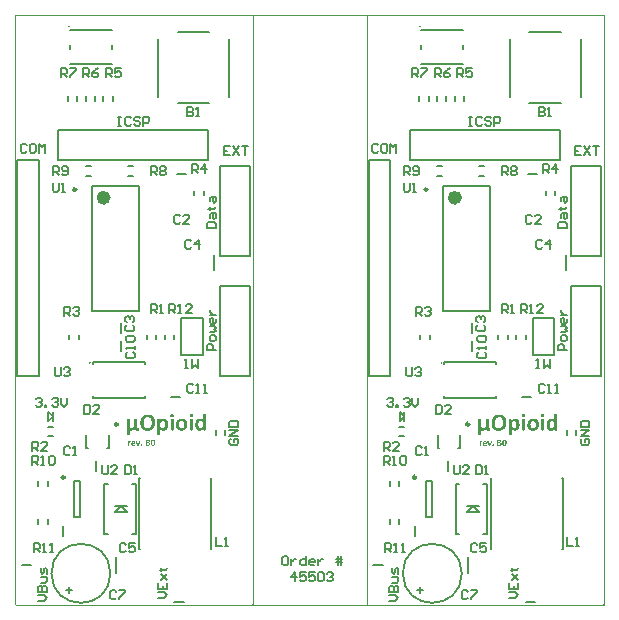
<source format=gto>
%FSLAX44Y44*%
%MOMM*%
G71*
G01*
G75*
G04 Layer_Color=65535*
%ADD10R,1.0000X0.9000*%
%ADD11R,1.0000X1.0000*%
%ADD12R,1.3000X1.5000*%
%ADD13O,2.1000X0.4500*%
G04:AMPARAMS|DCode=14|XSize=1.6mm|YSize=5.7mm|CornerRadius=0.08mm|HoleSize=0mm|Usage=FLASHONLY|Rotation=270.000|XOffset=0mm|YOffset=0mm|HoleType=Round|Shape=RoundedRectangle|*
%AMROUNDEDRECTD14*
21,1,1.6000,5.5400,0,0,270.0*
21,1,1.4400,5.7000,0,0,270.0*
1,1,0.1600,-2.7700,-0.7200*
1,1,0.1600,-2.7700,0.7200*
1,1,0.1600,2.7700,0.7200*
1,1,0.1600,2.7700,-0.7200*
%
%ADD14ROUNDEDRECTD14*%
G04:AMPARAMS|DCode=15|XSize=1.32mm|YSize=1.68mm|CornerRadius=0.066mm|HoleSize=0mm|Usage=FLASHONLY|Rotation=270.000|XOffset=0mm|YOffset=0mm|HoleType=Round|Shape=RoundedRectangle|*
%AMROUNDEDRECTD15*
21,1,1.3200,1.5480,0,0,270.0*
21,1,1.1880,1.6800,0,0,270.0*
1,1,0.1320,-0.7740,-0.5940*
1,1,0.1320,-0.7740,0.5940*
1,1,0.1320,0.7740,0.5940*
1,1,0.1320,0.7740,-0.5940*
%
%ADD15ROUNDEDRECTD15*%
G04:AMPARAMS|DCode=16|XSize=0.8mm|YSize=0.8mm|CornerRadius=0.04mm|HoleSize=0mm|Usage=FLASHONLY|Rotation=270.000|XOffset=0mm|YOffset=0mm|HoleType=Round|Shape=RoundedRectangle|*
%AMROUNDEDRECTD16*
21,1,0.8000,0.7200,0,0,270.0*
21,1,0.7200,0.8000,0,0,270.0*
1,1,0.0800,-0.3600,-0.3600*
1,1,0.0800,-0.3600,0.3600*
1,1,0.0800,0.3600,0.3600*
1,1,0.0800,0.3600,-0.3600*
%
%ADD16ROUNDEDRECTD16*%
%ADD17R,0.8000X1.0500*%
%ADD18R,1.1000X0.6500*%
%ADD19R,0.9000X1.0000*%
G04:AMPARAMS|DCode=20|XSize=0.45mm|YSize=1.45mm|CornerRadius=0.045mm|HoleSize=0mm|Usage=FLASHONLY|Rotation=270.000|XOffset=0mm|YOffset=0mm|HoleType=Round|Shape=RoundedRectangle|*
%AMROUNDEDRECTD20*
21,1,0.4500,1.3600,0,0,270.0*
21,1,0.3600,1.4500,0,0,270.0*
1,1,0.0900,-0.6800,-0.1800*
1,1,0.0900,-0.6800,0.1800*
1,1,0.0900,0.6800,0.1800*
1,1,0.0900,0.6800,-0.1800*
%
%ADD20ROUNDEDRECTD20*%
%ADD21R,1.0000X1.0000*%
G04:AMPARAMS|DCode=22|XSize=0.9mm|YSize=1mm|CornerRadius=0.045mm|HoleSize=0mm|Usage=FLASHONLY|Rotation=90.000|XOffset=0mm|YOffset=0mm|HoleType=Round|Shape=RoundedRectangle|*
%AMROUNDEDRECTD22*
21,1,0.9000,0.9100,0,0,90.0*
21,1,0.8100,1.0000,0,0,90.0*
1,1,0.0900,0.4550,0.4050*
1,1,0.0900,0.4550,-0.4050*
1,1,0.0900,-0.4550,-0.4050*
1,1,0.0900,-0.4550,0.4050*
%
%ADD22ROUNDEDRECTD22*%
%ADD23C,0.9000*%
%ADD24C,0.1524*%
%ADD25C,1.0000*%
%ADD26C,0.4000*%
%ADD27C,0.2540*%
%ADD28C,0.5000*%
%ADD29C,0.8000*%
%ADD30C,0.6000*%
%ADD31C,0.3000*%
%ADD32C,0.7000*%
%ADD33R,3.4000X0.6000*%
%ADD34R,1.8000X0.9000*%
%ADD35C,1.5000*%
%ADD36R,1.5000X1.5000*%
%ADD37R,1.5000X1.5000*%
%ADD38C,1.0000*%
%ADD39C,1.3500*%
%ADD40R,1.3500X1.3500*%
%ADD41C,0.6000*%
%ADD42C,0.1000*%
%ADD43C,0.1778*%
%ADD44C,0.2500*%
%ADD45C,0.2000*%
%ADD46C,0.1540*%
%ADD47C,0.1270*%
%ADD48C,0.1500*%
G36*
X855888Y662595D02*
X856241Y662572D01*
X856664Y662525D01*
X857086Y662454D01*
X857533Y662360D01*
X857979Y662219D01*
X858003D01*
X858026Y662196D01*
X858167Y662149D01*
X858379Y662055D01*
X858661Y661914D01*
X858942Y661749D01*
X859271Y661538D01*
X859577Y661279D01*
X859882Y660997D01*
X859906Y660950D01*
X860000Y660856D01*
X860141Y660669D01*
X860329Y660434D01*
X860517Y660128D01*
X860705Y659776D01*
X860893Y659353D01*
X861057Y658906D01*
Y658883D01*
X861080Y658859D01*
X861104Y658789D01*
X861127Y658695D01*
X861151Y658577D01*
X861174Y658413D01*
X861268Y658061D01*
X861339Y657638D01*
X861386Y657144D01*
X861433Y656557D01*
X861456Y655946D01*
Y655923D01*
Y655876D01*
Y655782D01*
Y655664D01*
X861433Y655523D01*
Y655359D01*
X861410Y654983D01*
X861363Y654513D01*
X861268Y654043D01*
X861174Y653526D01*
X861033Y653033D01*
Y653009D01*
X861010Y652986D01*
X860986Y652915D01*
X860963Y652821D01*
X860869Y652586D01*
X860728Y652281D01*
X860564Y651928D01*
X860352Y651576D01*
X860117Y651200D01*
X859835Y650848D01*
X859788Y650801D01*
X859694Y650707D01*
X859530Y650542D01*
X859295Y650354D01*
X858989Y650119D01*
X858661Y649908D01*
X858261Y649673D01*
X857838Y649485D01*
X857815D01*
X857791Y649462D01*
X857721Y649438D01*
X857627Y649415D01*
X857392Y649344D01*
X857063Y649250D01*
X856664Y649156D01*
X856194Y649085D01*
X855677Y649039D01*
X855113Y649015D01*
X854854D01*
X854713Y649039D01*
X854572D01*
X854196Y649062D01*
X853797Y649109D01*
X853351Y649180D01*
X852881Y649274D01*
X852434Y649415D01*
X852411D01*
X852387Y649438D01*
X852246Y649485D01*
X852035Y649579D01*
X851777Y649720D01*
X851471Y649884D01*
X851166Y650096D01*
X850837Y650354D01*
X850531Y650636D01*
X850508Y650683D01*
X850414Y650777D01*
X850273Y650965D01*
X850108Y651200D01*
X849920Y651506D01*
X849732Y651858D01*
X849568Y652281D01*
X849404Y652727D01*
Y652751D01*
X849380Y652774D01*
Y652868D01*
X849357Y652962D01*
X849309Y653080D01*
X849286Y653221D01*
X849215Y653573D01*
X849145Y654019D01*
X849098Y654536D01*
X849051Y655100D01*
X849028Y655735D01*
Y655758D01*
Y655805D01*
Y655899D01*
Y655993D01*
X849051Y656134D01*
Y656299D01*
X849075Y656674D01*
X849122Y657121D01*
X849192Y657591D01*
X849286Y658084D01*
X849427Y658577D01*
Y658601D01*
X849451Y658624D01*
X849474Y658695D01*
X849498Y658789D01*
X849592Y659024D01*
X849732Y659329D01*
X849897Y659682D01*
X850108Y660034D01*
X850343Y660410D01*
X850625Y660763D01*
X850672Y660809D01*
X850766Y660903D01*
X850931Y661068D01*
X851166Y661279D01*
X851448Y661491D01*
X851800Y661726D01*
X852176Y661937D01*
X852599Y662125D01*
X852622D01*
X852646Y662149D01*
X852716Y662172D01*
X852810Y662196D01*
X853069Y662290D01*
X853398Y662384D01*
X853797Y662454D01*
X854267Y662548D01*
X854784Y662595D01*
X855348Y662619D01*
X855724D01*
X855888Y662595D01*
D02*
G37*
G36*
X840664Y640170D02*
X840673D01*
X840701Y640161D01*
X840747Y640152D01*
X840793Y640142D01*
X840803D01*
X840830Y640133D01*
X840904Y640115D01*
X840913D01*
X840932Y640105D01*
X840950Y640096D01*
X840969Y640078D01*
X840978D01*
X840987Y640068D01*
X841006Y640032D01*
X841015Y640013D01*
Y639995D01*
X841024Y639967D01*
Y639958D01*
X841034Y639939D01*
Y639902D01*
Y639846D01*
Y639828D01*
X841043Y639791D01*
Y639717D01*
Y639615D01*
Y639606D01*
Y639588D01*
Y639532D01*
Y639449D01*
X841034Y639375D01*
Y639366D01*
X841024Y639329D01*
X841015Y639283D01*
X841006Y639236D01*
Y639227D01*
X840997Y639209D01*
X840978Y639181D01*
X840960Y639162D01*
X840941Y639153D01*
X840923Y639144D01*
X840876D01*
X840821Y639153D01*
X840812D01*
X840793Y639162D01*
X840766Y639172D01*
X840729Y639181D01*
X840719D01*
X840701Y639190D01*
X840664Y639209D01*
X840618Y639218D01*
X840608D01*
X840581Y639227D01*
X840544Y639236D01*
X840442D01*
X840387Y639218D01*
X840322Y639199D01*
X840303Y639190D01*
X840266Y639172D01*
X840211Y639135D01*
X840146Y639088D01*
X840128Y639079D01*
X840091Y639033D01*
X840035Y638978D01*
X839961Y638894D01*
Y638885D01*
X839943Y638876D01*
X839924Y638848D01*
X839906Y638811D01*
X839841Y638719D01*
X839758Y638598D01*
Y636379D01*
Y636370D01*
Y636352D01*
X839749Y636333D01*
X839730Y636306D01*
X839721D01*
X839712Y636287D01*
X839684Y636278D01*
X839647Y636259D01*
X839638D01*
X839610Y636250D01*
X839554D01*
X839490Y636241D01*
X839471D01*
X839425Y636231D01*
X839351Y636222D01*
X839166D01*
X839083Y636231D01*
X839000Y636241D01*
X838981D01*
X838944Y636250D01*
X838898D01*
X838852Y636259D01*
X838842D01*
X838824Y636269D01*
X838796Y636287D01*
X838768Y636306D01*
Y636315D01*
X838759Y636324D01*
X838750Y636379D01*
Y639939D01*
Y639948D01*
Y639967D01*
X838768Y640013D01*
Y640022D01*
X838787Y640032D01*
X838805Y640041D01*
X838833Y640059D01*
X838842D01*
X838870Y640068D01*
X838916Y640078D01*
X838972Y640087D01*
X838990D01*
X839027Y640096D01*
X839092Y640105D01*
X839249D01*
X839323Y640096D01*
X839388Y640087D01*
X839406D01*
X839434Y640078D01*
X839480Y640068D01*
X839517Y640059D01*
X839527D01*
X839545Y640050D01*
X839564Y640032D01*
X839582Y640013D01*
X839591Y640004D01*
X839601Y639995D01*
X839610Y639967D01*
Y639939D01*
Y639495D01*
X839619Y639505D01*
X839638Y639532D01*
X839656Y639569D01*
X839693Y639615D01*
X839776Y639726D01*
X839869Y639828D01*
X839878Y639837D01*
X839887Y639846D01*
X839952Y639902D01*
X840026Y639967D01*
X840109Y640032D01*
X840118D01*
X840128Y640041D01*
X840183Y640078D01*
X840248Y640115D01*
X840331Y640142D01*
X840340D01*
X840350Y640152D01*
X840405Y640161D01*
X840470Y640170D01*
X840553Y640179D01*
X840627D01*
X840664Y640170D01*
D02*
G37*
G36*
X876399Y659024D02*
X876587Y659000D01*
X876634D01*
X876728Y658977D01*
X876869Y658953D01*
X876987Y658906D01*
X877010D01*
X877057Y658883D01*
X877128Y658836D01*
X877198Y658789D01*
X877222Y658765D01*
X877245Y658742D01*
X877269Y658671D01*
Y658601D01*
Y649579D01*
Y649555D01*
Y649509D01*
X877245Y649462D01*
X877198Y649391D01*
X877175D01*
X877151Y649344D01*
X877081Y649321D01*
X876987Y649274D01*
X876963D01*
X876893Y649250D01*
X876752D01*
X876587Y649227D01*
X876540D01*
X876423Y649203D01*
X876235Y649180D01*
X875765D01*
X875553Y649203D01*
X875342Y649227D01*
X875295D01*
X875201Y649250D01*
X875083D01*
X874966Y649274D01*
X874943D01*
X874896Y649297D01*
X874825Y649344D01*
X874755Y649391D01*
Y649415D01*
X874731Y649438D01*
X874708Y649579D01*
Y658601D01*
Y658624D01*
Y658671D01*
X874755Y658789D01*
X874778Y658812D01*
X874802Y658836D01*
X874872Y658859D01*
X874966Y658906D01*
X874990Y658930D01*
X875060Y658953D01*
X875178Y658977D01*
X875342Y659000D01*
X875389D01*
X875530Y659024D01*
X875718Y659047D01*
X876188D01*
X876399Y659024D01*
D02*
G37*
G36*
X884646Y659212D02*
X884951Y659188D01*
X885280Y659141D01*
X885633Y659094D01*
X885985Y659000D01*
X886338Y658883D01*
X886385Y658859D01*
X886479Y658812D01*
X886643Y658742D01*
X886854Y658648D01*
X887089Y658507D01*
X887324Y658343D01*
X887559Y658155D01*
X887794Y657920D01*
X887818Y657896D01*
X887888Y657802D01*
X888006Y657661D01*
X888123Y657497D01*
X888264Y657262D01*
X888405Y656980D01*
X888546Y656674D01*
X888664Y656346D01*
X888687Y656299D01*
X888711Y656181D01*
X888758Y655993D01*
X888828Y655735D01*
X888875Y655406D01*
X888922Y655053D01*
X888946Y654654D01*
X888969Y654208D01*
Y654184D01*
Y654161D01*
Y654019D01*
X888946Y653784D01*
X888922Y653503D01*
X888899Y653197D01*
X888852Y652821D01*
X888758Y652469D01*
X888664Y652093D01*
X888640Y652046D01*
X888617Y651928D01*
X888523Y651764D01*
X888429Y651529D01*
X888311Y651271D01*
X888147Y650989D01*
X887959Y650707D01*
X887724Y650448D01*
X887700Y650425D01*
X887606Y650331D01*
X887489Y650213D01*
X887301Y650072D01*
X887066Y649884D01*
X886807Y649720D01*
X886502Y649555D01*
X886173Y649391D01*
X886126Y649368D01*
X886009Y649344D01*
X885821Y649274D01*
X885539Y649203D01*
X885233Y649133D01*
X884857Y649085D01*
X884435Y649039D01*
X883988Y649015D01*
X883777D01*
X883565Y649039D01*
X883283Y649062D01*
X882954Y649085D01*
X882602Y649156D01*
X882250Y649227D01*
X881897Y649344D01*
X881850Y649368D01*
X881756Y649415D01*
X881592Y649485D01*
X881380Y649579D01*
X881145Y649720D01*
X880887Y649884D01*
X880652Y650096D01*
X880417Y650307D01*
X880393Y650331D01*
X880323Y650425D01*
X880206Y650566D01*
X880088Y650754D01*
X879947Y650989D01*
X879806Y651247D01*
X879665Y651553D01*
X879548Y651881D01*
Y651928D01*
X879501Y652046D01*
X879454Y652234D01*
X879407Y652492D01*
X879360Y652821D01*
X879313Y653174D01*
X879289Y653573D01*
X879266Y654019D01*
Y654043D01*
Y654066D01*
Y654208D01*
X879289Y654442D01*
X879313Y654724D01*
X879336Y655053D01*
X879407Y655406D01*
X879477Y655758D01*
X879571Y656134D01*
X879595Y656181D01*
X879618Y656299D01*
X879712Y656487D01*
X879806Y656698D01*
X879923Y656956D01*
X880088Y657238D01*
X880276Y657520D01*
X880487Y657779D01*
X880511Y657802D01*
X880605Y657896D01*
X880746Y658014D01*
X880910Y658178D01*
X881145Y658343D01*
X881404Y658531D01*
X881709Y658695D01*
X882038Y658859D01*
X882085Y658883D01*
X882203Y658930D01*
X882391Y658977D01*
X882672Y659047D01*
X882978Y659118D01*
X883354Y659188D01*
X883777Y659212D01*
X884223Y659235D01*
X884435D01*
X884646Y659212D01*
D02*
G37*
G36*
X848828Y640096D02*
X848846D01*
X848883Y640087D01*
X848929Y640078D01*
X848976Y640059D01*
X848985D01*
X849003Y640050D01*
X849031Y640032D01*
X849050Y640013D01*
X849059Y639995D01*
X849068Y639948D01*
Y639930D01*
Y639893D01*
Y639874D01*
X849059Y639828D01*
Y639819D01*
X849050Y639810D01*
X849040Y639754D01*
Y639745D01*
X849031Y639726D01*
X849022Y639699D01*
X849013Y639662D01*
X847940Y636435D01*
Y636426D01*
X847931Y636389D01*
X847912Y636352D01*
X847885Y636315D01*
X847875Y636306D01*
X847857Y636296D01*
X847829Y636278D01*
X847774Y636259D01*
X847765D01*
X847718Y636250D01*
X847654Y636241D01*
X847561Y636231D01*
X847469D01*
X847422Y636222D01*
X847099D01*
X846979Y636231D01*
X846868Y636241D01*
X846849D01*
X846794Y636250D01*
X846720Y636259D01*
X846655Y636269D01*
X846646D01*
X846618Y636287D01*
X846581Y636296D01*
X846544Y636324D01*
Y636333D01*
X846526Y636352D01*
X846516Y636389D01*
X846498Y636435D01*
X845425Y639662D01*
Y639671D01*
X845407Y639708D01*
X845398Y639754D01*
X845379Y639800D01*
Y639810D01*
Y639837D01*
X845370Y639865D01*
Y639893D01*
Y639902D01*
Y639911D01*
Y639948D01*
Y639958D01*
Y639967D01*
X845388Y640013D01*
X845398Y640022D01*
X845407Y640032D01*
X845435Y640041D01*
X845472Y640059D01*
X845481Y640068D01*
X845508Y640078D01*
X845555Y640087D01*
X845620Y640096D01*
X845638D01*
X845694Y640105D01*
X845962D01*
X846054Y640096D01*
X846137Y640087D01*
X846156D01*
X846193Y640078D01*
X846248Y640068D01*
X846294Y640059D01*
X846304D01*
X846322Y640050D01*
X846350Y640032D01*
X846368Y640004D01*
X846378Y639995D01*
X846387Y639985D01*
X846415Y639930D01*
X847219Y637313D01*
X847247Y637212D01*
X847274Y637313D01*
X848070Y639930D01*
Y639939D01*
X848079Y639958D01*
X848107Y640004D01*
X848116Y640013D01*
X848125Y640022D01*
X848153Y640041D01*
X848190Y640059D01*
X848199D01*
X848227Y640068D01*
X848273Y640078D01*
X848338Y640087D01*
X848356D01*
X848402Y640096D01*
X848486Y640105D01*
X848754D01*
X848828Y640096D01*
D02*
G37*
G36*
X860089Y641501D02*
X860209Y641492D01*
X860348Y641464D01*
X860496Y641437D01*
X860644Y641391D01*
X860782Y641326D01*
X860801Y641317D01*
X860838Y641289D01*
X860902Y641252D01*
X860986Y641187D01*
X861069Y641113D01*
X861161Y641030D01*
X861254Y640919D01*
X861337Y640799D01*
X861346Y640780D01*
X861374Y640734D01*
X861402Y640669D01*
X861448Y640568D01*
X861494Y640447D01*
X861540Y640300D01*
X861587Y640142D01*
X861624Y639967D01*
Y639958D01*
Y639948D01*
X861633Y639921D01*
Y639883D01*
X861642Y639837D01*
X861651Y639782D01*
X861670Y639643D01*
X861679Y639477D01*
X861698Y639292D01*
X861707Y639079D01*
Y638848D01*
Y638839D01*
Y638820D01*
Y638783D01*
Y638746D01*
Y638691D01*
X861698Y638626D01*
Y638478D01*
X861679Y638302D01*
X861661Y638118D01*
X861642Y637924D01*
X861605Y637729D01*
Y637720D01*
Y637711D01*
X861596Y637683D01*
X861587Y637646D01*
X861559Y637554D01*
X861522Y637433D01*
X861476Y637304D01*
X861420Y637156D01*
X861356Y637017D01*
X861272Y636879D01*
X861263Y636860D01*
X861235Y636823D01*
X861180Y636758D01*
X861115Y636685D01*
X861032Y636592D01*
X860930Y636509D01*
X860819Y636416D01*
X860690Y636343D01*
X860671Y636333D01*
X860625Y636315D01*
X860551Y636287D01*
X860440Y636250D01*
X860311Y636213D01*
X860163Y636185D01*
X859996Y636167D01*
X859802Y636158D01*
X859719D01*
X859617Y636167D01*
X859497Y636176D01*
X859359Y636204D01*
X859211Y636231D01*
X859063Y636278D01*
X858924Y636333D01*
X858905Y636343D01*
X858868Y636370D01*
X858804Y636407D01*
X858720Y636472D01*
X858637Y636546D01*
X858545Y636638D01*
X858452Y636740D01*
X858369Y636860D01*
X858360Y636879D01*
X858332Y636925D01*
X858305Y636999D01*
X858258Y637091D01*
X858212Y637212D01*
X858166Y637360D01*
X858120Y637517D01*
X858083Y637692D01*
Y637702D01*
Y637711D01*
X858073Y637739D01*
Y637775D01*
X858064Y637822D01*
Y637877D01*
X858046Y638016D01*
X858036Y638182D01*
X858018Y638367D01*
X858009Y638580D01*
Y638811D01*
Y638820D01*
Y638839D01*
Y638867D01*
Y638913D01*
Y638968D01*
X858018Y639033D01*
Y639181D01*
X858036Y639347D01*
X858055Y639541D01*
X858073Y639726D01*
X858110Y639921D01*
Y639930D01*
X858120Y639939D01*
Y639967D01*
X858129Y640004D01*
X858157Y640096D01*
X858194Y640216D01*
X858231Y640355D01*
X858286Y640494D01*
X858360Y640642D01*
X858434Y640780D01*
X858443Y640799D01*
X858471Y640836D01*
X858526Y640900D01*
X858591Y640984D01*
X858674Y641067D01*
X858776Y641159D01*
X858887Y641243D01*
X859016Y641317D01*
X859035Y641326D01*
X859081Y641344D01*
X859164Y641381D01*
X859266Y641418D01*
X859395Y641446D01*
X859543Y641483D01*
X859719Y641501D01*
X859904Y641511D01*
X859996D01*
X860089Y641501D01*
D02*
G37*
G36*
X843428Y640170D02*
X843539Y640161D01*
X843659Y640142D01*
X843789Y640124D01*
X843918Y640087D01*
X844038Y640041D01*
X844057Y640032D01*
X844094Y640013D01*
X844149Y639985D01*
X844223Y639948D01*
X844307Y639893D01*
X844399Y639828D01*
X844482Y639754D01*
X844566Y639671D01*
X844575Y639662D01*
X844603Y639634D01*
X844640Y639578D01*
X844676Y639514D01*
X844732Y639431D01*
X844778Y639338D01*
X844824Y639236D01*
X844861Y639116D01*
X844871Y639098D01*
X844880Y639061D01*
X844898Y638996D01*
X844917Y638913D01*
X844935Y638811D01*
X844945Y638691D01*
X844963Y638571D01*
Y638432D01*
Y638266D01*
Y638256D01*
Y638238D01*
Y638201D01*
X844954Y638164D01*
X844926Y638081D01*
X844880Y637997D01*
X844861Y637988D01*
X844824Y637960D01*
X844750Y637924D01*
X844649Y637914D01*
X842485D01*
Y637905D01*
Y637877D01*
Y637831D01*
X842495Y637775D01*
X842504Y637637D01*
X842532Y637489D01*
Y637480D01*
X842541Y637461D01*
X842559Y637424D01*
X842578Y637378D01*
X842633Y637276D01*
X842707Y637175D01*
X842716Y637165D01*
X842726Y637156D01*
X842753Y637128D01*
X842790Y637101D01*
X842883Y637036D01*
X843012Y636980D01*
X843021D01*
X843049Y636971D01*
X843086Y636962D01*
X843142Y636953D01*
X843206Y636934D01*
X843280Y636925D01*
X843364Y636916D01*
X843549D01*
X843613Y636925D01*
X843761Y636934D01*
X843918Y636953D01*
X843928D01*
X843955Y636962D01*
X843992Y636971D01*
X844038Y636980D01*
X844149Y636999D01*
X844260Y637027D01*
X844270D01*
X844288Y637036D01*
X844344Y637054D01*
X844427Y637082D01*
X844501Y637110D01*
X844510D01*
X844519Y637119D01*
X844556Y637138D01*
X844612Y637147D01*
X844667Y637156D01*
X844686D01*
X844723Y637138D01*
X844732D01*
X844741Y637128D01*
X844760Y637082D01*
Y637073D01*
X844769Y637064D01*
X844778Y637027D01*
X844787Y636980D01*
Y636971D01*
X844797Y636934D01*
Y636888D01*
Y636823D01*
Y636805D01*
Y636768D01*
Y636721D01*
X844787Y636666D01*
Y636657D01*
Y636629D01*
X844778Y636564D01*
Y636555D01*
X844769Y636537D01*
X844750Y636490D01*
X844741Y636472D01*
X844704Y636435D01*
Y636426D01*
X844676Y636416D01*
X844640Y636389D01*
X844603Y636370D01*
X844566Y636352D01*
X844556D01*
X844547Y636343D01*
X844519Y636333D01*
X844492Y636324D01*
X844390Y636296D01*
X844270Y636269D01*
X844260D01*
X844242Y636259D01*
X844205D01*
X844149Y636250D01*
X844094Y636231D01*
X844020Y636222D01*
X843863Y636194D01*
X843854D01*
X843826Y636185D01*
X843780D01*
X843715Y636176D01*
X843641Y636167D01*
X843558D01*
X843364Y636158D01*
X843280D01*
X843197Y636167D01*
X843077Y636176D01*
X842947Y636185D01*
X842809Y636204D01*
X842661Y636231D01*
X842522Y636269D01*
X842504Y636278D01*
X842467Y636287D01*
X842402Y636324D01*
X842319Y636361D01*
X842226Y636407D01*
X842125Y636472D01*
X842023Y636546D01*
X841930Y636629D01*
X841921Y636638D01*
X841893Y636675D01*
X841847Y636731D01*
X841792Y636805D01*
X841736Y636888D01*
X841681Y636999D01*
X841616Y637119D01*
X841570Y637248D01*
Y637267D01*
X841551Y637313D01*
X841533Y637397D01*
X841514Y637498D01*
X841496Y637628D01*
X841478Y637775D01*
X841468Y637942D01*
X841459Y638127D01*
Y638136D01*
Y638145D01*
Y638173D01*
Y638210D01*
X841468Y638293D01*
X841478Y638414D01*
X841487Y638543D01*
X841514Y638682D01*
X841542Y638829D01*
X841579Y638978D01*
X841588Y638996D01*
X841598Y639042D01*
X841625Y639116D01*
X841672Y639209D01*
X841718Y639310D01*
X841783Y639412D01*
X841847Y639523D01*
X841930Y639625D01*
X841940Y639634D01*
X841977Y639671D01*
X842023Y639717D01*
X842097Y639773D01*
X842180Y639846D01*
X842282Y639911D01*
X842393Y639976D01*
X842513Y640032D01*
X842532Y640041D01*
X842578Y640059D01*
X842642Y640078D01*
X842735Y640105D01*
X842846Y640133D01*
X842975Y640161D01*
X843123Y640170D01*
X843271Y640179D01*
X843345D01*
X843428Y640170D01*
D02*
G37*
G36*
X855642Y641409D02*
X855771Y641400D01*
X855901Y641381D01*
X856039Y641363D01*
X856169Y641335D01*
X856187D01*
X856224Y641317D01*
X856289Y641298D01*
X856363Y641270D01*
X856455Y641233D01*
X856548Y641196D01*
X856640Y641141D01*
X856723Y641086D01*
X856733Y641076D01*
X856760Y641058D01*
X856807Y641021D01*
X856853Y640975D01*
X856908Y640919D01*
X856973Y640845D01*
X857029Y640771D01*
X857075Y640679D01*
X857084Y640669D01*
X857093Y640632D01*
X857112Y640586D01*
X857140Y640521D01*
X857158Y640429D01*
X857177Y640337D01*
X857186Y640226D01*
X857195Y640105D01*
Y640096D01*
Y640068D01*
Y640032D01*
X857186Y639985D01*
X857177Y639874D01*
X857140Y639745D01*
Y639736D01*
X857130Y639717D01*
X857121Y639689D01*
X857103Y639643D01*
X857066Y639551D01*
X857001Y639440D01*
Y639431D01*
X856982Y639421D01*
X856936Y639366D01*
X856862Y639292D01*
X856770Y639209D01*
X856760D01*
X856751Y639190D01*
X856723Y639172D01*
X856686Y639153D01*
X856594Y639098D01*
X856474Y639042D01*
X856483D01*
X856511Y639033D01*
X856548Y639024D01*
X856603Y639005D01*
X856733Y638959D01*
X856871Y638894D01*
X856881D01*
X856899Y638876D01*
X856936Y638857D01*
X856982Y638829D01*
X857084Y638746D01*
X857195Y638645D01*
X857204Y638635D01*
X857223Y638617D01*
X857241Y638580D01*
X857278Y638543D01*
X857306Y638487D01*
X857343Y638423D01*
X857417Y638275D01*
Y638266D01*
X857426Y638238D01*
X857445Y638192D01*
X857463Y638136D01*
X857472Y638062D01*
X857491Y637979D01*
X857500Y637794D01*
Y637785D01*
Y637748D01*
Y637692D01*
X857491Y637628D01*
X857482Y637554D01*
X857463Y637470D01*
X857417Y637295D01*
Y637285D01*
X857408Y637258D01*
X857389Y637212D01*
X857361Y637165D01*
X857297Y637036D01*
X857204Y636897D01*
X857195Y636888D01*
X857186Y636870D01*
X857158Y636842D01*
X857121Y636796D01*
X857019Y636703D01*
X856890Y636601D01*
X856881Y636592D01*
X856862Y636583D01*
X856816Y636555D01*
X856770Y636527D01*
X856714Y636500D01*
X856640Y636463D01*
X856483Y636398D01*
X856474D01*
X856446Y636389D01*
X856400Y636370D01*
X856344Y636361D01*
X856270Y636343D01*
X856187Y636324D01*
X856002Y636287D01*
X855993D01*
X855956Y636278D01*
X855910D01*
X855836Y636269D01*
X855753Y636259D01*
X855660D01*
X855549Y636250D01*
X854042D01*
X853987Y636259D01*
X853913Y636278D01*
X853839Y636324D01*
X853830Y636343D01*
X853802Y636379D01*
X853765Y636463D01*
X853756Y636509D01*
Y636574D01*
Y641086D01*
Y641095D01*
Y641113D01*
X853765Y641141D01*
Y641187D01*
X853793Y641261D01*
X853811Y641307D01*
X853839Y641335D01*
X853857Y641344D01*
X853904Y641381D01*
X853968Y641409D01*
X854061Y641418D01*
X855531D01*
X855642Y641409D01*
D02*
G37*
G36*
X850362Y637424D02*
X850436Y637415D01*
X850584Y637378D01*
X850658Y637350D01*
X850714Y637304D01*
X850723Y637295D01*
X850732Y637276D01*
X850751Y637248D01*
X850779Y637193D01*
X850806Y637128D01*
X850825Y637045D01*
X850834Y636943D01*
X850843Y636823D01*
Y636805D01*
Y636758D01*
X850834Y636694D01*
X850825Y636620D01*
X850788Y636453D01*
X850760Y636370D01*
X850714Y636315D01*
X850705Y636306D01*
X850686Y636296D01*
X850658Y636278D01*
X850603Y636259D01*
X850538Y636231D01*
X850464Y636213D01*
X850362Y636204D01*
X850242Y636194D01*
X850187D01*
X850131Y636204D01*
X850057Y636213D01*
X849910Y636250D01*
X849836Y636278D01*
X849780Y636315D01*
X849771Y636324D01*
X849762Y636343D01*
X849743Y636370D01*
X849725Y636426D01*
X849697Y636490D01*
X849678Y636574D01*
X849669Y636675D01*
X849660Y636796D01*
Y636814D01*
Y636860D01*
X849669Y636925D01*
X849678Y636999D01*
X849715Y637175D01*
X849743Y637248D01*
X849789Y637304D01*
X849799Y637313D01*
X849817Y637323D01*
X849845Y637341D01*
X849900Y637369D01*
X849956Y637397D01*
X850039Y637415D01*
X850141Y637424D01*
X850251Y637433D01*
X850307D01*
X850362Y637424D01*
D02*
G37*
G36*
X892681Y659024D02*
X892869Y659000D01*
X892916D01*
X893010Y658977D01*
X893151Y658953D01*
X893269Y658906D01*
X893292D01*
X893339Y658883D01*
X893410Y658836D01*
X893480Y658789D01*
X893504Y658765D01*
X893527Y658742D01*
X893551Y658671D01*
Y658601D01*
Y649579D01*
Y649555D01*
Y649509D01*
X893527Y649462D01*
X893480Y649391D01*
X893457D01*
X893433Y649344D01*
X893363Y649321D01*
X893269Y649274D01*
X893245D01*
X893175Y649250D01*
X893034D01*
X892869Y649227D01*
X892822D01*
X892705Y649203D01*
X892517Y649180D01*
X892047D01*
X891835Y649203D01*
X891624Y649227D01*
X891577D01*
X891483Y649250D01*
X891366D01*
X891248Y649274D01*
X891225D01*
X891178Y649297D01*
X891107Y649344D01*
X891037Y649391D01*
Y649415D01*
X891013Y649438D01*
X890990Y649579D01*
Y658601D01*
Y658624D01*
Y658671D01*
X891037Y658789D01*
X891060Y658812D01*
X891084Y658836D01*
X891154Y658859D01*
X891248Y658906D01*
X891272Y658930D01*
X891342Y658953D01*
X891460Y658977D01*
X891624Y659000D01*
X891671D01*
X891812Y659024D01*
X892000Y659047D01*
X892470D01*
X892681Y659024D01*
D02*
G37*
G36*
X869327Y659212D02*
X869562Y659188D01*
X869821Y659141D01*
X870103Y659071D01*
X870385Y658977D01*
X870667Y658836D01*
X870690Y658812D01*
X870784Y658765D01*
X870901Y658671D01*
X871066Y658554D01*
X871254Y658390D01*
X871442Y658202D01*
X871630Y657990D01*
X871794Y657755D01*
X871818Y657732D01*
X871865Y657638D01*
X871959Y657497D01*
X872053Y657309D01*
X872147Y657074D01*
X872264Y656792D01*
X872358Y656487D01*
X872452Y656158D01*
Y656111D01*
X872476Y655993D01*
X872523Y655829D01*
X872570Y655594D01*
X872593Y655312D01*
X872640Y654983D01*
X872664Y654630D01*
Y654254D01*
Y654231D01*
Y654208D01*
Y654137D01*
Y654043D01*
X872640Y653808D01*
Y653526D01*
X872593Y653174D01*
X872546Y652821D01*
X872476Y652445D01*
X872382Y652069D01*
Y652022D01*
X872335Y651905D01*
X872264Y651740D01*
X872194Y651506D01*
X872076Y651247D01*
X871959Y650965D01*
X871794Y650683D01*
X871630Y650425D01*
X871606Y650401D01*
X871536Y650307D01*
X871442Y650190D01*
X871301Y650049D01*
X871113Y649861D01*
X870901Y649696D01*
X870643Y649532D01*
X870385Y649368D01*
X870361Y649344D01*
X870267Y649321D01*
X870103Y649250D01*
X869915Y649203D01*
X869656Y649133D01*
X869374Y649062D01*
X869069Y649039D01*
X868716Y649015D01*
X868575D01*
X868481Y649039D01*
X868247Y649062D01*
X867988Y649109D01*
X867965D01*
X867941Y649133D01*
X867777Y649156D01*
X867565Y649227D01*
X867330Y649321D01*
X867307D01*
X867283Y649344D01*
X867142Y649415D01*
X866954Y649532D01*
X866719Y649696D01*
X866696D01*
X866672Y649743D01*
X866531Y649861D01*
X866343Y650025D01*
X866108Y650260D01*
Y646008D01*
Y645984D01*
Y645961D01*
X866085Y645890D01*
X866038Y645843D01*
X866014Y645820D01*
X865991Y645796D01*
X865920Y645749D01*
X865826Y645702D01*
X865803D01*
X865732Y645655D01*
X865592Y645632D01*
X865427Y645608D01*
X865380D01*
X865263Y645585D01*
X865075Y645561D01*
X864605D01*
X864393Y645585D01*
X864182Y645608D01*
X864135D01*
X864041Y645632D01*
X863923Y645655D01*
X863806Y645702D01*
X863782D01*
X863736Y645749D01*
X863665Y645773D01*
X863595Y645843D01*
Y645867D01*
X863571Y645890D01*
X863548Y646008D01*
Y658624D01*
Y658648D01*
Y658695D01*
X863595Y658812D01*
Y658836D01*
X863642Y658859D01*
X863689Y658883D01*
X863759Y658930D01*
X863782D01*
X863853Y658953D01*
X863947Y658977D01*
X864088Y659000D01*
X864135D01*
X864229Y659024D01*
X864417Y659047D01*
X864816D01*
X864957Y659024D01*
X865122Y659000D01*
X865169D01*
X865239Y658977D01*
X865357Y658953D01*
X865451Y658930D01*
X865474D01*
X865521Y658906D01*
X865592Y658859D01*
X865639Y658812D01*
X865662Y658789D01*
X865686Y658765D01*
X865709Y658695D01*
Y658624D01*
Y657567D01*
X865732Y657591D01*
X865779Y657638D01*
X865850Y657708D01*
X865944Y657826D01*
X866179Y658061D01*
X866461Y658296D01*
X866484Y658319D01*
X866531Y658343D01*
X866602Y658413D01*
X866719Y658484D01*
X866978Y658648D01*
X867260Y658812D01*
X867283D01*
X867330Y658859D01*
X867401Y658883D01*
X867518Y658930D01*
X867777Y659024D01*
X868058Y659118D01*
X868082D01*
X868129Y659141D01*
X868223Y659165D01*
X868341Y659188D01*
X868622Y659212D01*
X868975Y659235D01*
X869139D01*
X869327Y659212D01*
D02*
G37*
G36*
X845527Y659024D02*
X845715Y659000D01*
X845762D01*
X845856Y658977D01*
X845997Y658953D01*
X846114Y658930D01*
X846138D01*
X846185Y658906D01*
X846255Y658859D01*
X846326Y658812D01*
X846349Y658789D01*
X846373Y658765D01*
X846396Y658695D01*
Y658624D01*
Y652375D01*
Y652351D01*
Y652328D01*
Y652163D01*
Y651975D01*
X846420Y651787D01*
Y651740D01*
X846443Y651646D01*
X846490Y651529D01*
X846537Y651412D01*
X846561Y651388D01*
X846608Y651341D01*
X846678Y651271D01*
X846772Y651200D01*
X846796D01*
X846866Y651177D01*
X846983Y651153D01*
X847359D01*
X847383Y651177D01*
X847524D01*
X847547Y651200D01*
X847665D01*
X847688Y651224D01*
X847806D01*
X847876Y651200D01*
X847900Y651177D01*
X847923Y651130D01*
X847947Y651059D01*
Y651036D01*
X847970Y650989D01*
X847994Y650895D01*
X848017Y650777D01*
Y650754D01*
X848041Y650660D01*
Y650519D01*
Y650331D01*
Y650307D01*
Y650260D01*
Y650166D01*
Y650072D01*
X848017Y649837D01*
X847970Y649626D01*
Y649579D01*
X847947Y649509D01*
X847900Y649391D01*
X847829Y649321D01*
X847806D01*
X847759Y649274D01*
X847688Y649250D01*
X847594Y649203D01*
X847571D01*
X847500Y649180D01*
X847406Y649156D01*
X847265Y649109D01*
X847242D01*
X847148Y649085D01*
X847007Y649062D01*
X846866Y649039D01*
X846725D01*
X846584Y649015D01*
X846279D01*
X846114Y649039D01*
X845903Y649062D01*
X845668Y649085D01*
X845409Y649156D01*
X845174Y649227D01*
X844939Y649344D01*
X844916Y649368D01*
X844846Y649415D01*
X844752Y649509D01*
X844634Y649626D01*
X844493Y649790D01*
X844352Y649978D01*
X844235Y650237D01*
X844117Y650519D01*
X844094Y650495D01*
X844000Y650401D01*
X843882Y650260D01*
X843718Y650096D01*
X843506Y649908D01*
X843295Y649720D01*
X843036Y649555D01*
X842801Y649415D01*
X842778Y649391D01*
X842684Y649368D01*
X842567Y649321D01*
X842402Y649250D01*
X842190Y649180D01*
X841979Y649133D01*
X841744Y649109D01*
X841509Y649085D01*
X841345D01*
X841227Y649109D01*
X840969Y649133D01*
X840687Y649203D01*
X840663D01*
X840640Y649227D01*
X840475Y649297D01*
X840311Y649415D01*
X840123Y649602D01*
Y649579D01*
Y649555D01*
X840146Y649438D01*
Y649250D01*
X840170Y649039D01*
Y649015D01*
Y648992D01*
X840193Y648851D01*
X840217Y648663D01*
X840240Y648451D01*
Y648428D01*
Y648404D01*
X840264Y648263D01*
Y648075D01*
X840287Y647864D01*
Y647840D01*
Y647817D01*
X840311Y647676D01*
Y647488D01*
Y647300D01*
Y646008D01*
Y645984D01*
Y645961D01*
X840287Y645890D01*
X840240Y645843D01*
X840217Y645820D01*
X840193Y645796D01*
X840123Y645749D01*
X840029Y645702D01*
X840005D01*
X839935Y645655D01*
X839794Y645632D01*
X839630Y645608D01*
X839583D01*
X839465Y645585D01*
X839277Y645561D01*
X838807D01*
X838596Y645585D01*
X838384Y645608D01*
X838337D01*
X838243Y645632D01*
X838126Y645655D01*
X838008Y645702D01*
X837985D01*
X837938Y645749D01*
X837868Y645773D01*
X837797Y645843D01*
Y645867D01*
X837774Y645890D01*
X837750Y646008D01*
Y658624D01*
Y658648D01*
Y658695D01*
X837797Y658812D01*
X837821Y658836D01*
X837844Y658859D01*
X837915Y658883D01*
X838008Y658930D01*
X838032D01*
X838102Y658953D01*
X838220Y658977D01*
X838384Y659000D01*
X838431D01*
X838572Y659024D01*
X838760Y659047D01*
X839230D01*
X839442Y659024D01*
X839630Y659000D01*
X839677D01*
X839771Y658977D01*
X839911Y658953D01*
X840029Y658930D01*
X840052D01*
X840099Y658906D01*
X840170Y658859D01*
X840240Y658812D01*
X840264Y658789D01*
X840287Y658765D01*
X840311Y658695D01*
Y658624D01*
Y653150D01*
Y653103D01*
Y653009D01*
X840334Y652845D01*
X840358Y652633D01*
X840405Y652422D01*
X840475Y652187D01*
X840569Y651952D01*
X840687Y651740D01*
X840710Y651717D01*
X840757Y651670D01*
X840851Y651576D01*
X840969Y651506D01*
X841133Y651412D01*
X841321Y651318D01*
X841556Y651271D01*
X841815Y651247D01*
X841909D01*
X842003Y651271D01*
X842120Y651294D01*
X842449Y651388D01*
X842614Y651459D01*
X842801Y651576D01*
X842825Y651600D01*
X842895Y651646D01*
X842989Y651717D01*
X843130Y651834D01*
X843271Y651975D01*
X843459Y652163D01*
X843647Y652375D01*
X843859Y652610D01*
Y658624D01*
Y658648D01*
Y658695D01*
X843906Y658812D01*
X843929Y658836D01*
X843953Y658859D01*
X844023Y658883D01*
X844117Y658930D01*
X844141D01*
X844211Y658953D01*
X844329Y658977D01*
X844493Y659000D01*
X844540D01*
X844681Y659024D01*
X844869Y659047D01*
X845339D01*
X845527Y659024D01*
D02*
G37*
G36*
X903818Y663324D02*
X904006Y663300D01*
X904053D01*
X904147Y663277D01*
X904288Y663253D01*
X904405Y663206D01*
X904429D01*
X904476Y663183D01*
X904546Y663136D01*
X904617Y663065D01*
X904640D01*
X904664Y663018D01*
X904687Y662971D01*
Y662901D01*
Y649579D01*
Y649555D01*
Y649509D01*
X904664Y649462D01*
X904617Y649391D01*
X904570Y649344D01*
X904523Y649321D01*
X904452Y649274D01*
X904429D01*
X904358Y649250D01*
X904264Y649227D01*
X904123Y649203D01*
X903982D01*
X903818Y649180D01*
X903231D01*
X903066Y649203D01*
X903043D01*
X902949Y649227D01*
X902855Y649250D01*
X902737Y649274D01*
X902714D01*
X902667Y649297D01*
X902549Y649391D01*
Y649415D01*
X902526Y649438D01*
X902502Y649579D01*
Y650589D01*
X902479Y650566D01*
X902385Y650472D01*
X902244Y650331D01*
X902056Y650166D01*
X901844Y649978D01*
X901609Y649767D01*
X901328Y649579D01*
X901046Y649415D01*
X901022Y649391D01*
X900904Y649344D01*
X900740Y649297D01*
X900552Y649227D01*
X900294Y649133D01*
X899988Y649085D01*
X899683Y649039D01*
X899330Y649015D01*
X899166D01*
X898954Y649039D01*
X898719Y649062D01*
X898438Y649109D01*
X898156Y649180D01*
X897850Y649274D01*
X897568Y649415D01*
X897545Y649438D01*
X897451Y649485D01*
X897333Y649579D01*
X897169Y649696D01*
X896981Y649861D01*
X896793Y650049D01*
X896605Y650260D01*
X896417Y650495D01*
X896394Y650519D01*
X896347Y650613D01*
X896276Y650754D01*
X896159Y650942D01*
X896065Y651177D01*
X895947Y651459D01*
X895853Y651740D01*
X895759Y652069D01*
Y652116D01*
X895736Y652234D01*
X895712Y652422D01*
X895665Y652657D01*
X895642Y652939D01*
X895595Y653268D01*
X895571Y653620D01*
Y653996D01*
Y654019D01*
Y654043D01*
Y654113D01*
Y654208D01*
X895595Y654419D01*
Y654724D01*
X895642Y655053D01*
X895689Y655406D01*
X895736Y655782D01*
X895830Y656158D01*
X895853Y656205D01*
X895877Y656322D01*
X895947Y656510D01*
X896018Y656721D01*
X896135Y656980D01*
X896253Y657262D01*
X896417Y657544D01*
X896581Y657802D01*
X896605Y657826D01*
X896675Y657920D01*
X896769Y658037D01*
X896910Y658202D01*
X897098Y658366D01*
X897310Y658531D01*
X897545Y658718D01*
X897803Y658859D01*
X897827Y658883D01*
X897944Y658930D01*
X898085Y658977D01*
X898297Y659047D01*
X898555Y659118D01*
X898837Y659188D01*
X899166Y659212D01*
X899518Y659235D01*
X899659D01*
X899800Y659212D01*
X899988Y659188D01*
X900200Y659165D01*
X900435Y659094D01*
X900670Y659024D01*
X900904Y658906D01*
X900928Y658883D01*
X901022Y658859D01*
X901140Y658789D01*
X901304Y658671D01*
X901492Y658554D01*
X901703Y658413D01*
X901915Y658225D01*
X902150Y658014D01*
Y662901D01*
Y662924D01*
Y662948D01*
X902197Y663065D01*
Y663089D01*
X902244Y663112D01*
X902291Y663159D01*
X902385Y663206D01*
X902408Y663230D01*
X902502Y663253D01*
X902620Y663277D01*
X902784Y663300D01*
X902831D01*
X902972Y663324D01*
X903160Y663347D01*
X903630D01*
X903818Y663324D01*
D02*
G37*
G36*
X892540Y662995D02*
X892728Y662971D01*
X893128Y662901D01*
X893292Y662807D01*
X893433Y662713D01*
X893457Y662689D01*
X893480Y662666D01*
X893527Y662595D01*
X893598Y662478D01*
X893645Y662337D01*
X893692Y662149D01*
X893715Y661937D01*
X893739Y661679D01*
Y661655D01*
Y661561D01*
X893715Y661420D01*
X893692Y661256D01*
X893598Y660927D01*
X893527Y660763D01*
X893410Y660622D01*
X893386D01*
X893339Y660575D01*
X893269Y660528D01*
X893151Y660481D01*
X892987Y660434D01*
X892799Y660387D01*
X892540Y660363D01*
X892258Y660340D01*
X892117D01*
X891976Y660363D01*
X891788Y660387D01*
X891389Y660457D01*
X891225Y660528D01*
X891084Y660622D01*
Y660645D01*
X891037Y660669D01*
X890990Y660739D01*
X890943Y660856D01*
X890896Y660997D01*
X890849Y661162D01*
X890825Y661373D01*
X890802Y661632D01*
Y661655D01*
Y661749D01*
X890825Y661890D01*
X890849Y662055D01*
X890943Y662407D01*
X891013Y662572D01*
X891107Y662713D01*
X891131Y662736D01*
X891178Y662760D01*
X891248Y662807D01*
X891366Y662877D01*
X891530Y662924D01*
X891718Y662971D01*
X891976Y662995D01*
X892258Y663018D01*
X892399D01*
X892540Y662995D01*
D02*
G37*
G36*
X876258D02*
X876446Y662971D01*
X876846Y662901D01*
X877010Y662807D01*
X877151Y662713D01*
X877175Y662689D01*
X877198Y662666D01*
X877245Y662595D01*
X877316Y662478D01*
X877363Y662337D01*
X877410Y662149D01*
X877433Y661937D01*
X877457Y661679D01*
Y661655D01*
Y661561D01*
X877433Y661420D01*
X877410Y661256D01*
X877316Y660927D01*
X877245Y660763D01*
X877128Y660622D01*
X877104D01*
X877057Y660575D01*
X876987Y660528D01*
X876869Y660481D01*
X876705Y660434D01*
X876517Y660387D01*
X876258Y660363D01*
X875976Y660340D01*
X875835D01*
X875694Y660363D01*
X875507Y660387D01*
X875107Y660457D01*
X874943Y660528D01*
X874802Y660622D01*
Y660645D01*
X874755Y660669D01*
X874708Y660739D01*
X874661Y660856D01*
X874614Y660997D01*
X874567Y661162D01*
X874543Y661373D01*
X874520Y661632D01*
Y661655D01*
Y661749D01*
X874543Y661890D01*
X874567Y662055D01*
X874661Y662407D01*
X874731Y662572D01*
X874825Y662713D01*
X874849Y662736D01*
X874896Y662760D01*
X874966Y662807D01*
X875083Y662877D01*
X875248Y662924D01*
X875436Y662971D01*
X875694Y662995D01*
X875976Y663018D01*
X876117D01*
X876258Y662995D01*
D02*
G37*
%LPC*%
G36*
X900035Y657074D02*
X899965D01*
X899871Y657050D01*
X899753D01*
X899471Y656956D01*
X899307Y656909D01*
X899166Y656815D01*
X899142D01*
X899119Y656768D01*
X898954Y656627D01*
X898790Y656416D01*
X898602Y656134D01*
Y656111D01*
X898578Y656064D01*
X898532Y655970D01*
X898485Y655876D01*
X898438Y655735D01*
X898367Y655570D01*
X898273Y655218D01*
Y655194D01*
X898250Y655124D01*
Y655030D01*
X898226Y654889D01*
X898203Y654724D01*
Y654560D01*
X898179Y654161D01*
Y654137D01*
Y654066D01*
Y653949D01*
Y653808D01*
X898203Y653644D01*
Y653456D01*
X898250Y653056D01*
Y653033D01*
X898273Y652962D01*
X898297Y652868D01*
X898320Y652727D01*
X898414Y652422D01*
X898555Y652093D01*
Y652069D01*
X898602Y652022D01*
X898649Y651952D01*
X898696Y651858D01*
X898884Y651623D01*
X899095Y651412D01*
X899119D01*
X899166Y651365D01*
X899236Y651341D01*
X899330Y651294D01*
X899471Y651247D01*
X899612Y651224D01*
X899988Y651177D01*
X900153D01*
X900317Y651200D01*
X900482Y651247D01*
X900505D01*
X900529Y651271D01*
X900646Y651294D01*
X900811Y651388D01*
X900999Y651482D01*
X901022D01*
X901046Y651506D01*
X901163Y651623D01*
X901328Y651764D01*
X901539Y651952D01*
X901562Y651975D01*
X901586Y651999D01*
X901727Y652140D01*
X901915Y652351D01*
X902150Y652633D01*
Y655641D01*
X902126Y655664D01*
X902056Y655758D01*
X901938Y655876D01*
X901797Y656040D01*
X901633Y656205D01*
X901468Y656369D01*
X901257Y656557D01*
X901069Y656698D01*
X901046Y656721D01*
X900975Y656768D01*
X900881Y656815D01*
X900764Y656886D01*
X900599Y656956D01*
X900435Y657027D01*
X900247Y657050D01*
X900035Y657074D01*
D02*
G37*
G36*
X855277Y660434D02*
X855113D01*
X854925Y660410D01*
X854690Y660387D01*
X854431Y660340D01*
X854149Y660269D01*
X853868Y660175D01*
X853609Y660058D01*
X853586Y660034D01*
X853492Y659987D01*
X853374Y659917D01*
X853233Y659799D01*
X853069Y659658D01*
X852881Y659470D01*
X852716Y659282D01*
X852552Y659047D01*
X852528Y659024D01*
X852481Y658930D01*
X852411Y658812D01*
X852340Y658648D01*
X852246Y658437D01*
X852152Y658178D01*
X852058Y657920D01*
X851988Y657614D01*
Y657567D01*
X851964Y657473D01*
X851941Y657309D01*
X851917Y657097D01*
X851870Y656815D01*
X851847Y656534D01*
X851824Y656205D01*
Y655852D01*
Y655805D01*
Y655664D01*
Y655476D01*
X851847Y655218D01*
Y654912D01*
X851894Y654583D01*
X851964Y653925D01*
Y653878D01*
X851988Y653784D01*
X852035Y653620D01*
X852105Y653432D01*
X852176Y653197D01*
X852270Y652962D01*
X852505Y652469D01*
X852528Y652445D01*
X852575Y652375D01*
X852669Y652257D01*
X852787Y652116D01*
X852928Y651975D01*
X853116Y651811D01*
X853327Y651670D01*
X853562Y651529D01*
X853586Y651506D01*
X853680Y651482D01*
X853821Y651435D01*
X854008Y651388D01*
X854243Y651318D01*
X854525Y651271D01*
X854831Y651247D01*
X855183Y651224D01*
X855348D01*
X855536Y651247D01*
X855771Y651271D01*
X856029Y651318D01*
X856288Y651365D01*
X856570Y651459D01*
X856828Y651576D01*
X856851Y651600D01*
X856945Y651646D01*
X857063Y651717D01*
X857227Y651834D01*
X857392Y651975D01*
X857580Y652163D01*
X857744Y652351D01*
X857909Y652563D01*
X857932Y652586D01*
X857979Y652680D01*
X858050Y652798D01*
X858120Y652986D01*
X858214Y653197D01*
X858308Y653456D01*
X858402Y653738D01*
X858473Y654043D01*
Y654090D01*
X858496Y654184D01*
X858543Y654372D01*
X858567Y654583D01*
X858614Y654842D01*
X858637Y655147D01*
X858661Y655476D01*
Y655829D01*
Y655852D01*
Y655876D01*
Y655993D01*
Y656205D01*
X858637Y656463D01*
X858614Y656745D01*
X858590Y657050D01*
X858496Y657708D01*
Y657755D01*
X858473Y657849D01*
X858426Y658014D01*
X858355Y658202D01*
X858285Y658437D01*
X858191Y658671D01*
X858073Y658906D01*
X857932Y659141D01*
X857909Y659165D01*
X857862Y659235D01*
X857768Y659353D01*
X857650Y659494D01*
X857509Y659635D01*
X857321Y659799D01*
X857110Y659940D01*
X856875Y660081D01*
X856851Y660105D01*
X856757Y660128D01*
X856617Y660199D01*
X856429Y660269D01*
X856217Y660316D01*
X855935Y660387D01*
X855630Y660410D01*
X855277Y660434D01*
D02*
G37*
G36*
X884364Y657215D02*
X883918D01*
X883800Y657191D01*
X883471Y657121D01*
X883119Y657003D01*
X883095D01*
X883048Y656956D01*
X882978Y656909D01*
X882884Y656839D01*
X882649Y656651D01*
X882414Y656393D01*
Y656369D01*
X882367Y656322D01*
X882320Y656228D01*
X882273Y656134D01*
X882203Y655993D01*
X882132Y655829D01*
X882015Y655429D01*
Y655406D01*
X881991Y655335D01*
X881968Y655218D01*
Y655053D01*
X881944Y654865D01*
X881921Y654654D01*
X881897Y654395D01*
Y654137D01*
Y654113D01*
Y654019D01*
Y653902D01*
X881921Y653738D01*
Y653526D01*
X881944Y653315D01*
X881991Y652892D01*
Y652868D01*
X882015Y652798D01*
X882038Y652680D01*
X882085Y652563D01*
X882179Y652234D01*
X882344Y651905D01*
X882367Y651881D01*
X882391Y651834D01*
X882438Y651764D01*
X882532Y651670D01*
X882743Y651459D01*
X883025Y651271D01*
X883048D01*
X883095Y651247D01*
X883189Y651200D01*
X883307Y651177D01*
X883471Y651130D01*
X883659Y651083D01*
X883847Y651059D01*
X884294D01*
X884435Y651083D01*
X884763Y651130D01*
X885092Y651247D01*
X885116D01*
X885163Y651294D01*
X885233Y651341D01*
X885327Y651412D01*
X885562Y651600D01*
X885774Y651858D01*
X885797Y651881D01*
X885821Y651928D01*
X885868Y652022D01*
X885938Y652140D01*
X886009Y652281D01*
X886079Y652445D01*
X886197Y652821D01*
Y652845D01*
X886220Y652915D01*
X886244Y653033D01*
X886267Y653197D01*
X886291Y653385D01*
X886314Y653597D01*
X886338Y653855D01*
Y654113D01*
Y654137D01*
Y654231D01*
Y654348D01*
X886314Y654513D01*
Y654701D01*
X886291Y654912D01*
X886220Y655335D01*
Y655359D01*
X886197Y655429D01*
X886173Y655547D01*
X886126Y655664D01*
X886009Y655993D01*
X885844Y656322D01*
Y656346D01*
X885797Y656393D01*
X885750Y656463D01*
X885680Y656557D01*
X885468Y656768D01*
X885186Y656980D01*
X885163D01*
X885116Y657027D01*
X885022Y657050D01*
X884904Y657097D01*
X884740Y657144D01*
X884552Y657168D01*
X884364Y657215D01*
D02*
G37*
G36*
X868411Y657050D02*
X868058D01*
X867894Y657003D01*
X867706Y656956D01*
X867659Y656933D01*
X867565Y656909D01*
X867401Y656815D01*
X867213Y656698D01*
X867166Y656674D01*
X867048Y656580D01*
X866884Y656440D01*
X866672Y656252D01*
X866649D01*
X866625Y656205D01*
X866508Y656064D01*
X866320Y655876D01*
X866108Y655594D01*
Y652610D01*
X866132Y652586D01*
X866202Y652492D01*
X866296Y652375D01*
X866437Y652210D01*
X866743Y651858D01*
X866931Y651693D01*
X867119Y651529D01*
X867142Y651506D01*
X867213Y651482D01*
X867307Y651412D01*
X867424Y651365D01*
X867589Y651294D01*
X867753Y651224D01*
X867941Y651200D01*
X868129Y651177D01*
X868223D01*
X868317Y651200D01*
X868435D01*
X868716Y651271D01*
X868975Y651412D01*
X868998Y651435D01*
X869045Y651459D01*
X869186Y651600D01*
X869351Y651787D01*
X869539Y652069D01*
Y652093D01*
X869586Y652140D01*
X869609Y652234D01*
X869680Y652351D01*
X869727Y652492D01*
X869797Y652657D01*
X869891Y653009D01*
Y653033D01*
X869915Y653103D01*
X869938Y653197D01*
X869962Y653338D01*
Y653503D01*
X869985Y653667D01*
X870009Y654066D01*
Y654090D01*
Y654161D01*
Y654278D01*
Y654419D01*
X869985Y654583D01*
X869962Y654771D01*
X869915Y655171D01*
Y655194D01*
X869891Y655265D01*
X869868Y655359D01*
X869844Y655500D01*
X869750Y655805D01*
X869609Y656111D01*
Y656134D01*
X869562Y656181D01*
X869515Y656252D01*
X869468Y656346D01*
X869280Y656580D01*
X869045Y656792D01*
X869022Y656815D01*
X868998Y656839D01*
X868904Y656886D01*
X868810Y656933D01*
X868552Y657003D01*
X868411Y657050D01*
D02*
G37*
G36*
X855401Y640632D02*
X854782D01*
Y639292D01*
X855448D01*
X855494Y639301D01*
X855614Y639310D01*
X855669Y639319D01*
X855725Y639338D01*
X855734D01*
X855753Y639347D01*
X855808Y639375D01*
X855882Y639421D01*
X855956Y639486D01*
X855975Y639505D01*
X856012Y639551D01*
X856058Y639615D01*
X856095Y639708D01*
Y639717D01*
X856104Y639726D01*
X856113Y639754D01*
X856123Y639791D01*
X856132Y639874D01*
X856141Y639976D01*
Y639985D01*
Y640004D01*
Y640032D01*
X856132Y640068D01*
X856123Y640161D01*
X856086Y640253D01*
Y640263D01*
X856076Y640272D01*
X856049Y640327D01*
X856002Y640392D01*
X855938Y640457D01*
X855919Y640475D01*
X855873Y640503D01*
X855799Y640549D01*
X855697Y640586D01*
X855688D01*
X855669Y640595D01*
X855642Y640605D01*
X855595Y640614D01*
X855540D01*
X855475Y640623D01*
X855401Y640632D01*
D02*
G37*
G36*
X843253Y639468D02*
X843188D01*
X843142Y639458D01*
X843031Y639440D01*
X842920Y639394D01*
X842911D01*
X842901Y639384D01*
X842837Y639338D01*
X842763Y639283D01*
X842679Y639199D01*
Y639190D01*
X842661Y639181D01*
X842652Y639153D01*
X842624Y639116D01*
X842578Y639024D01*
X842532Y638913D01*
Y638904D01*
X842522Y638885D01*
X842513Y638848D01*
Y638811D01*
X842495Y638691D01*
X842485Y638561D01*
X843992D01*
Y638571D01*
Y638580D01*
Y638626D01*
X843983Y638709D01*
X843974Y638802D01*
X843955Y638904D01*
X843918Y639014D01*
X843881Y639125D01*
X843817Y639218D01*
X843807Y639227D01*
X843780Y639255D01*
X843743Y639301D01*
X843678Y639347D01*
X843595Y639384D01*
X843502Y639431D01*
X843382Y639458D01*
X843253Y639468D01*
D02*
G37*
G36*
X859858Y640679D02*
X859821D01*
X859774Y640669D01*
X859719Y640660D01*
X859599Y640632D01*
X859534Y640595D01*
X859469Y640558D01*
X859460Y640549D01*
X859442Y640540D01*
X859414Y640512D01*
X859386Y640475D01*
X859349Y640429D01*
X859303Y640364D01*
X859266Y640300D01*
X859229Y640216D01*
Y640207D01*
X859211Y640179D01*
X859201Y640124D01*
X859183Y640059D01*
X859155Y639985D01*
X859137Y639883D01*
X859118Y639773D01*
X859100Y639652D01*
Y639634D01*
Y639588D01*
X859090Y639523D01*
Y639421D01*
X859081Y639310D01*
Y639172D01*
X859072Y639024D01*
Y638857D01*
Y638848D01*
Y638829D01*
Y638802D01*
Y638765D01*
Y638663D01*
X859081Y638543D01*
Y638395D01*
X859090Y638238D01*
X859100Y638090D01*
X859109Y637942D01*
Y637924D01*
X859118Y637887D01*
X859127Y637812D01*
X859146Y637739D01*
X859164Y637646D01*
X859183Y637544D01*
X859220Y637452D01*
X859248Y637369D01*
Y637360D01*
X859266Y637332D01*
X859285Y637295D01*
X859312Y637248D01*
X859386Y637156D01*
X859432Y637110D01*
X859488Y637073D01*
X859497D01*
X859516Y637064D01*
X859543Y637045D01*
X859590Y637036D01*
X859636Y637017D01*
X859700Y636999D01*
X859839Y636990D01*
X859895D01*
X859932Y636999D01*
X860024Y637008D01*
X860117Y637036D01*
X860126D01*
X860135Y637045D01*
X860191Y637073D01*
X860255Y637119D01*
X860320Y637184D01*
Y637193D01*
X860339Y637202D01*
X860376Y637258D01*
X860422Y637332D01*
X860468Y637433D01*
Y637443D01*
X860477Y637461D01*
X860486Y637498D01*
X860505Y637535D01*
X860542Y637646D01*
X860570Y637785D01*
Y637794D01*
X860579Y637822D01*
Y637859D01*
X860588Y637914D01*
X860597Y637988D01*
X860607Y638062D01*
X860625Y638238D01*
Y638247D01*
Y638284D01*
X860634Y638330D01*
Y638404D01*
Y638487D01*
X860644Y638580D01*
Y638682D01*
Y638793D01*
Y638811D01*
Y638857D01*
Y638922D01*
Y639014D01*
X860634Y639116D01*
Y639218D01*
X860616Y639440D01*
Y639449D01*
Y639486D01*
X860607Y639541D01*
X860597Y639606D01*
X860588Y639689D01*
X860579Y639763D01*
X860551Y639930D01*
Y639939D01*
X860542Y639967D01*
X860533Y640004D01*
X860523Y640050D01*
X860496Y640170D01*
X860449Y640281D01*
Y640290D01*
X860440Y640309D01*
X860413Y640364D01*
X860366Y640438D01*
X860302Y640512D01*
X860283Y640531D01*
X860246Y640568D01*
X860181Y640605D01*
X860107Y640642D01*
X860098D01*
X860089Y640651D01*
X860033Y640660D01*
X859959Y640669D01*
X859858Y640679D01*
D02*
G37*
G36*
X855503Y638524D02*
X854782D01*
Y637054D01*
X855614D01*
X855669Y637064D01*
X855790Y637073D01*
X855910Y637091D01*
X855919D01*
X855938Y637101D01*
X855965Y637110D01*
X856002Y637128D01*
X856086Y637165D01*
X856169Y637230D01*
X856178D01*
X856187Y637248D01*
X856233Y637295D01*
X856289Y637360D01*
X856344Y637452D01*
Y637461D01*
X856354Y637480D01*
X856363Y637507D01*
X856381Y637544D01*
X856400Y637637D01*
X856409Y637757D01*
Y637766D01*
Y637785D01*
Y637822D01*
X856400Y637868D01*
X856381Y637970D01*
X856344Y638081D01*
Y638090D01*
X856335Y638108D01*
X856298Y638164D01*
X856243Y638247D01*
X856169Y638321D01*
X856160D01*
X856150Y638340D01*
X856123Y638358D01*
X856086Y638377D01*
X855993Y638423D01*
X855864Y638469D01*
X855854D01*
X855836Y638478D01*
X855790Y638487D01*
X855743Y638497D01*
X855669Y638506D01*
X855595Y638515D01*
X855503Y638524D01*
D02*
G37*
%LPD*%
G36*
X1153388Y662595D02*
X1153740Y662572D01*
X1154164Y662525D01*
X1154586Y662454D01*
X1155033Y662360D01*
X1155479Y662219D01*
X1155503D01*
X1155526Y662196D01*
X1155667Y662149D01*
X1155879Y662055D01*
X1156161Y661914D01*
X1156442Y661749D01*
X1156771Y661538D01*
X1157077Y661279D01*
X1157382Y660997D01*
X1157406Y660950D01*
X1157500Y660856D01*
X1157641Y660669D01*
X1157829Y660434D01*
X1158017Y660128D01*
X1158205Y659776D01*
X1158393Y659353D01*
X1158557Y658906D01*
Y658883D01*
X1158580Y658859D01*
X1158604Y658789D01*
X1158627Y658695D01*
X1158651Y658577D01*
X1158674Y658413D01*
X1158768Y658061D01*
X1158839Y657638D01*
X1158886Y657144D01*
X1158933Y656557D01*
X1158956Y655946D01*
Y655923D01*
Y655876D01*
Y655782D01*
Y655664D01*
X1158933Y655523D01*
Y655359D01*
X1158909Y654983D01*
X1158863Y654513D01*
X1158768Y654043D01*
X1158674Y653526D01*
X1158533Y653033D01*
Y653009D01*
X1158510Y652986D01*
X1158486Y652915D01*
X1158463Y652821D01*
X1158369Y652586D01*
X1158228Y652281D01*
X1158064Y651928D01*
X1157852Y651576D01*
X1157617Y651200D01*
X1157335Y650848D01*
X1157288Y650801D01*
X1157194Y650707D01*
X1157030Y650542D01*
X1156795Y650354D01*
X1156489Y650119D01*
X1156161Y649908D01*
X1155761Y649673D01*
X1155338Y649485D01*
X1155315D01*
X1155291Y649462D01*
X1155221Y649438D01*
X1155127Y649415D01*
X1154892Y649344D01*
X1154563Y649250D01*
X1154164Y649156D01*
X1153694Y649085D01*
X1153177Y649039D01*
X1152613Y649015D01*
X1152354D01*
X1152213Y649039D01*
X1152072D01*
X1151696Y649062D01*
X1151297Y649109D01*
X1150851Y649180D01*
X1150381Y649274D01*
X1149934Y649415D01*
X1149911D01*
X1149887Y649438D01*
X1149746Y649485D01*
X1149535Y649579D01*
X1149277Y649720D01*
X1148971Y649884D01*
X1148666Y650096D01*
X1148337Y650354D01*
X1148031Y650636D01*
X1148008Y650683D01*
X1147914Y650777D01*
X1147773Y650965D01*
X1147608Y651200D01*
X1147420Y651506D01*
X1147232Y651858D01*
X1147068Y652281D01*
X1146904Y652727D01*
Y652751D01*
X1146880Y652774D01*
Y652868D01*
X1146857Y652962D01*
X1146809Y653080D01*
X1146786Y653221D01*
X1146715Y653573D01*
X1146645Y654019D01*
X1146598Y654536D01*
X1146551Y655100D01*
X1146528Y655735D01*
Y655758D01*
Y655805D01*
Y655899D01*
Y655993D01*
X1146551Y656134D01*
Y656299D01*
X1146575Y656674D01*
X1146622Y657121D01*
X1146692Y657591D01*
X1146786Y658084D01*
X1146927Y658577D01*
Y658601D01*
X1146951Y658624D01*
X1146974Y658695D01*
X1146998Y658789D01*
X1147092Y659024D01*
X1147232Y659329D01*
X1147397Y659682D01*
X1147608Y660034D01*
X1147843Y660410D01*
X1148125Y660763D01*
X1148172Y660809D01*
X1148266Y660903D01*
X1148431Y661068D01*
X1148666Y661279D01*
X1148948Y661491D01*
X1149300Y661726D01*
X1149676Y661937D01*
X1150099Y662125D01*
X1150122D01*
X1150146Y662149D01*
X1150216Y662172D01*
X1150310Y662196D01*
X1150569Y662290D01*
X1150898Y662384D01*
X1151297Y662454D01*
X1151767Y662548D01*
X1152284Y662595D01*
X1152848Y662619D01*
X1153224D01*
X1153388Y662595D01*
D02*
G37*
G36*
X1138164Y640170D02*
X1138173D01*
X1138201Y640161D01*
X1138247Y640152D01*
X1138293Y640142D01*
X1138303D01*
X1138330Y640133D01*
X1138404Y640115D01*
X1138413D01*
X1138432Y640105D01*
X1138450Y640096D01*
X1138469Y640078D01*
X1138478D01*
X1138487Y640068D01*
X1138506Y640032D01*
X1138515Y640013D01*
Y639995D01*
X1138524Y639967D01*
Y639958D01*
X1138534Y639939D01*
Y639902D01*
Y639846D01*
Y639828D01*
X1138543Y639791D01*
Y639717D01*
Y639615D01*
Y639606D01*
Y639588D01*
Y639532D01*
Y639449D01*
X1138534Y639375D01*
Y639366D01*
X1138524Y639329D01*
X1138515Y639283D01*
X1138506Y639236D01*
Y639227D01*
X1138497Y639209D01*
X1138478Y639181D01*
X1138460Y639162D01*
X1138441Y639153D01*
X1138423Y639144D01*
X1138376D01*
X1138321Y639153D01*
X1138312D01*
X1138293Y639162D01*
X1138266Y639172D01*
X1138229Y639181D01*
X1138219D01*
X1138201Y639190D01*
X1138164Y639209D01*
X1138118Y639218D01*
X1138108D01*
X1138081Y639227D01*
X1138044Y639236D01*
X1137942D01*
X1137887Y639218D01*
X1137822Y639199D01*
X1137803Y639190D01*
X1137766Y639172D01*
X1137711Y639135D01*
X1137646Y639088D01*
X1137628Y639079D01*
X1137591Y639033D01*
X1137535Y638978D01*
X1137461Y638894D01*
Y638885D01*
X1137443Y638876D01*
X1137424Y638848D01*
X1137406Y638811D01*
X1137341Y638719D01*
X1137258Y638598D01*
Y636379D01*
Y636370D01*
Y636352D01*
X1137249Y636333D01*
X1137230Y636306D01*
X1137221D01*
X1137212Y636287D01*
X1137184Y636278D01*
X1137147Y636259D01*
X1137138D01*
X1137110Y636250D01*
X1137054D01*
X1136990Y636241D01*
X1136971D01*
X1136925Y636231D01*
X1136851Y636222D01*
X1136666D01*
X1136583Y636231D01*
X1136500Y636241D01*
X1136481D01*
X1136444Y636250D01*
X1136398D01*
X1136352Y636259D01*
X1136342D01*
X1136324Y636269D01*
X1136296Y636287D01*
X1136268Y636306D01*
Y636315D01*
X1136259Y636324D01*
X1136250Y636379D01*
Y639939D01*
Y639948D01*
Y639967D01*
X1136268Y640013D01*
Y640022D01*
X1136287Y640032D01*
X1136305Y640041D01*
X1136333Y640059D01*
X1136342D01*
X1136370Y640068D01*
X1136416Y640078D01*
X1136472Y640087D01*
X1136490D01*
X1136527Y640096D01*
X1136592Y640105D01*
X1136749D01*
X1136823Y640096D01*
X1136888Y640087D01*
X1136906D01*
X1136934Y640078D01*
X1136980Y640068D01*
X1137017Y640059D01*
X1137027D01*
X1137045Y640050D01*
X1137064Y640032D01*
X1137082Y640013D01*
X1137091Y640004D01*
X1137101Y639995D01*
X1137110Y639967D01*
Y639939D01*
Y639495D01*
X1137119Y639505D01*
X1137138Y639532D01*
X1137156Y639569D01*
X1137193Y639615D01*
X1137276Y639726D01*
X1137369Y639828D01*
X1137378Y639837D01*
X1137387Y639846D01*
X1137452Y639902D01*
X1137526Y639967D01*
X1137609Y640032D01*
X1137618D01*
X1137628Y640041D01*
X1137683Y640078D01*
X1137748Y640115D01*
X1137831Y640142D01*
X1137840D01*
X1137850Y640152D01*
X1137905Y640161D01*
X1137970Y640170D01*
X1138053Y640179D01*
X1138127D01*
X1138164Y640170D01*
D02*
G37*
G36*
X1173899Y659024D02*
X1174087Y659000D01*
X1174134D01*
X1174228Y658977D01*
X1174369Y658953D01*
X1174487Y658906D01*
X1174510D01*
X1174557Y658883D01*
X1174628Y658836D01*
X1174698Y658789D01*
X1174722Y658765D01*
X1174745Y658742D01*
X1174769Y658671D01*
Y658601D01*
Y649579D01*
Y649555D01*
Y649509D01*
X1174745Y649462D01*
X1174698Y649391D01*
X1174675D01*
X1174651Y649344D01*
X1174581Y649321D01*
X1174487Y649274D01*
X1174463D01*
X1174393Y649250D01*
X1174252D01*
X1174087Y649227D01*
X1174040D01*
X1173923Y649203D01*
X1173735Y649180D01*
X1173265D01*
X1173053Y649203D01*
X1172842Y649227D01*
X1172795D01*
X1172701Y649250D01*
X1172583D01*
X1172466Y649274D01*
X1172443D01*
X1172396Y649297D01*
X1172325Y649344D01*
X1172255Y649391D01*
Y649415D01*
X1172231Y649438D01*
X1172208Y649579D01*
Y658601D01*
Y658624D01*
Y658671D01*
X1172255Y658789D01*
X1172278Y658812D01*
X1172302Y658836D01*
X1172372Y658859D01*
X1172466Y658906D01*
X1172490Y658930D01*
X1172560Y658953D01*
X1172678Y658977D01*
X1172842Y659000D01*
X1172889D01*
X1173030Y659024D01*
X1173218Y659047D01*
X1173688D01*
X1173899Y659024D01*
D02*
G37*
G36*
X1182146Y659212D02*
X1182451Y659188D01*
X1182780Y659141D01*
X1183133Y659094D01*
X1183485Y659000D01*
X1183838Y658883D01*
X1183885Y658859D01*
X1183979Y658812D01*
X1184143Y658742D01*
X1184354Y658648D01*
X1184589Y658507D01*
X1184824Y658343D01*
X1185059Y658155D01*
X1185294Y657920D01*
X1185318Y657896D01*
X1185388Y657802D01*
X1185506Y657661D01*
X1185623Y657497D01*
X1185764Y657262D01*
X1185905Y656980D01*
X1186046Y656674D01*
X1186164Y656346D01*
X1186187Y656299D01*
X1186211Y656181D01*
X1186258Y655993D01*
X1186328Y655735D01*
X1186375Y655406D01*
X1186422Y655053D01*
X1186446Y654654D01*
X1186469Y654208D01*
Y654184D01*
Y654161D01*
Y654019D01*
X1186446Y653784D01*
X1186422Y653503D01*
X1186399Y653197D01*
X1186352Y652821D01*
X1186258Y652469D01*
X1186164Y652093D01*
X1186140Y652046D01*
X1186117Y651928D01*
X1186023Y651764D01*
X1185929Y651529D01*
X1185811Y651271D01*
X1185647Y650989D01*
X1185459Y650707D01*
X1185224Y650448D01*
X1185200Y650425D01*
X1185106Y650331D01*
X1184989Y650213D01*
X1184801Y650072D01*
X1184566Y649884D01*
X1184307Y649720D01*
X1184002Y649555D01*
X1183673Y649391D01*
X1183626Y649368D01*
X1183509Y649344D01*
X1183321Y649274D01*
X1183039Y649203D01*
X1182733Y649133D01*
X1182357Y649085D01*
X1181935Y649039D01*
X1181488Y649015D01*
X1181277D01*
X1181065Y649039D01*
X1180783Y649062D01*
X1180454Y649085D01*
X1180102Y649156D01*
X1179750Y649227D01*
X1179397Y649344D01*
X1179350Y649368D01*
X1179256Y649415D01*
X1179092Y649485D01*
X1178880Y649579D01*
X1178645Y649720D01*
X1178387Y649884D01*
X1178152Y650096D01*
X1177917Y650307D01*
X1177893Y650331D01*
X1177823Y650425D01*
X1177705Y650566D01*
X1177588Y650754D01*
X1177447Y650989D01*
X1177306Y651247D01*
X1177165Y651553D01*
X1177048Y651881D01*
Y651928D01*
X1177001Y652046D01*
X1176954Y652234D01*
X1176907Y652492D01*
X1176860Y652821D01*
X1176813Y653174D01*
X1176789Y653573D01*
X1176766Y654019D01*
Y654043D01*
Y654066D01*
Y654208D01*
X1176789Y654442D01*
X1176813Y654724D01*
X1176836Y655053D01*
X1176907Y655406D01*
X1176977Y655758D01*
X1177071Y656134D01*
X1177095Y656181D01*
X1177118Y656299D01*
X1177212Y656487D01*
X1177306Y656698D01*
X1177423Y656956D01*
X1177588Y657238D01*
X1177776Y657520D01*
X1177987Y657779D01*
X1178011Y657802D01*
X1178105Y657896D01*
X1178246Y658014D01*
X1178410Y658178D01*
X1178645Y658343D01*
X1178904Y658531D01*
X1179209Y658695D01*
X1179538Y658859D01*
X1179585Y658883D01*
X1179703Y658930D01*
X1179891Y658977D01*
X1180172Y659047D01*
X1180478Y659118D01*
X1180854Y659188D01*
X1181277Y659212D01*
X1181723Y659235D01*
X1181935D01*
X1182146Y659212D01*
D02*
G37*
G36*
X1146328Y640096D02*
X1146346D01*
X1146383Y640087D01*
X1146429Y640078D01*
X1146476Y640059D01*
X1146485D01*
X1146503Y640050D01*
X1146531Y640032D01*
X1146550Y640013D01*
X1146559Y639995D01*
X1146568Y639948D01*
Y639930D01*
Y639893D01*
Y639874D01*
X1146559Y639828D01*
Y639819D01*
X1146550Y639810D01*
X1146540Y639754D01*
Y639745D01*
X1146531Y639726D01*
X1146522Y639699D01*
X1146513Y639662D01*
X1145440Y636435D01*
Y636426D01*
X1145431Y636389D01*
X1145412Y636352D01*
X1145385Y636315D01*
X1145375Y636306D01*
X1145357Y636296D01*
X1145329Y636278D01*
X1145274Y636259D01*
X1145265D01*
X1145218Y636250D01*
X1145154Y636241D01*
X1145061Y636231D01*
X1144969D01*
X1144922Y636222D01*
X1144599D01*
X1144479Y636231D01*
X1144368Y636241D01*
X1144349D01*
X1144294Y636250D01*
X1144220Y636259D01*
X1144155Y636269D01*
X1144146D01*
X1144118Y636287D01*
X1144081Y636296D01*
X1144044Y636324D01*
Y636333D01*
X1144026Y636352D01*
X1144016Y636389D01*
X1143998Y636435D01*
X1142925Y639662D01*
Y639671D01*
X1142907Y639708D01*
X1142898Y639754D01*
X1142879Y639800D01*
Y639810D01*
Y639837D01*
X1142870Y639865D01*
Y639893D01*
Y639902D01*
Y639911D01*
Y639948D01*
Y639958D01*
Y639967D01*
X1142888Y640013D01*
X1142898Y640022D01*
X1142907Y640032D01*
X1142935Y640041D01*
X1142972Y640059D01*
X1142981Y640068D01*
X1143008Y640078D01*
X1143055Y640087D01*
X1143120Y640096D01*
X1143138D01*
X1143193Y640105D01*
X1143462D01*
X1143554Y640096D01*
X1143637Y640087D01*
X1143656D01*
X1143693Y640078D01*
X1143748Y640068D01*
X1143794Y640059D01*
X1143804D01*
X1143822Y640050D01*
X1143850Y640032D01*
X1143868Y640004D01*
X1143878Y639995D01*
X1143887Y639985D01*
X1143915Y639930D01*
X1144719Y637313D01*
X1144747Y637212D01*
X1144774Y637313D01*
X1145570Y639930D01*
Y639939D01*
X1145579Y639958D01*
X1145607Y640004D01*
X1145616Y640013D01*
X1145625Y640022D01*
X1145653Y640041D01*
X1145690Y640059D01*
X1145699D01*
X1145727Y640068D01*
X1145773Y640078D01*
X1145838Y640087D01*
X1145856D01*
X1145902Y640096D01*
X1145986Y640105D01*
X1146254D01*
X1146328Y640096D01*
D02*
G37*
G36*
X1157589Y641501D02*
X1157709Y641492D01*
X1157848Y641464D01*
X1157996Y641437D01*
X1158144Y641391D01*
X1158282Y641326D01*
X1158301Y641317D01*
X1158338Y641289D01*
X1158402Y641252D01*
X1158486Y641187D01*
X1158569Y641113D01*
X1158661Y641030D01*
X1158754Y640919D01*
X1158837Y640799D01*
X1158846Y640780D01*
X1158874Y640734D01*
X1158902Y640669D01*
X1158948Y640568D01*
X1158994Y640447D01*
X1159040Y640300D01*
X1159087Y640142D01*
X1159124Y639967D01*
Y639958D01*
Y639948D01*
X1159133Y639921D01*
Y639883D01*
X1159142Y639837D01*
X1159151Y639782D01*
X1159170Y639643D01*
X1159179Y639477D01*
X1159198Y639292D01*
X1159207Y639079D01*
Y638848D01*
Y638839D01*
Y638820D01*
Y638783D01*
Y638746D01*
Y638691D01*
X1159198Y638626D01*
Y638478D01*
X1159179Y638302D01*
X1159161Y638118D01*
X1159142Y637924D01*
X1159105Y637729D01*
Y637720D01*
Y637711D01*
X1159096Y637683D01*
X1159087Y637646D01*
X1159059Y637554D01*
X1159022Y637433D01*
X1158976Y637304D01*
X1158920Y637156D01*
X1158856Y637017D01*
X1158772Y636879D01*
X1158763Y636860D01*
X1158735Y636823D01*
X1158680Y636758D01*
X1158615Y636685D01*
X1158532Y636592D01*
X1158430Y636509D01*
X1158319Y636416D01*
X1158190Y636343D01*
X1158171Y636333D01*
X1158125Y636315D01*
X1158051Y636287D01*
X1157940Y636250D01*
X1157811Y636213D01*
X1157663Y636185D01*
X1157496Y636167D01*
X1157302Y636158D01*
X1157219D01*
X1157117Y636167D01*
X1156997Y636176D01*
X1156858Y636204D01*
X1156711Y636231D01*
X1156563Y636278D01*
X1156424Y636333D01*
X1156405Y636343D01*
X1156368Y636370D01*
X1156304Y636407D01*
X1156220Y636472D01*
X1156137Y636546D01*
X1156045Y636638D01*
X1155952Y636740D01*
X1155869Y636860D01*
X1155860Y636879D01*
X1155832Y636925D01*
X1155804Y636999D01*
X1155758Y637091D01*
X1155712Y637212D01*
X1155666Y637360D01*
X1155620Y637517D01*
X1155583Y637692D01*
Y637702D01*
Y637711D01*
X1155573Y637739D01*
Y637775D01*
X1155564Y637822D01*
Y637877D01*
X1155546Y638016D01*
X1155536Y638182D01*
X1155518Y638367D01*
X1155509Y638580D01*
Y638811D01*
Y638820D01*
Y638839D01*
Y638867D01*
Y638913D01*
Y638968D01*
X1155518Y639033D01*
Y639181D01*
X1155536Y639347D01*
X1155555Y639541D01*
X1155573Y639726D01*
X1155610Y639921D01*
Y639930D01*
X1155620Y639939D01*
Y639967D01*
X1155629Y640004D01*
X1155657Y640096D01*
X1155694Y640216D01*
X1155731Y640355D01*
X1155786Y640494D01*
X1155860Y640642D01*
X1155934Y640780D01*
X1155943Y640799D01*
X1155971Y640836D01*
X1156026Y640900D01*
X1156091Y640984D01*
X1156174Y641067D01*
X1156276Y641159D01*
X1156387Y641243D01*
X1156516Y641317D01*
X1156535Y641326D01*
X1156581Y641344D01*
X1156664Y641381D01*
X1156766Y641418D01*
X1156895Y641446D01*
X1157043Y641483D01*
X1157219Y641501D01*
X1157404Y641511D01*
X1157496D01*
X1157589Y641501D01*
D02*
G37*
G36*
X1140928Y640170D02*
X1141039Y640161D01*
X1141159Y640142D01*
X1141289Y640124D01*
X1141418Y640087D01*
X1141538Y640041D01*
X1141557Y640032D01*
X1141594Y640013D01*
X1141649Y639985D01*
X1141723Y639948D01*
X1141807Y639893D01*
X1141899Y639828D01*
X1141982Y639754D01*
X1142066Y639671D01*
X1142075Y639662D01*
X1142103Y639634D01*
X1142139Y639578D01*
X1142176Y639514D01*
X1142232Y639431D01*
X1142278Y639338D01*
X1142324Y639236D01*
X1142361Y639116D01*
X1142371Y639098D01*
X1142380Y639061D01*
X1142398Y638996D01*
X1142417Y638913D01*
X1142435Y638811D01*
X1142445Y638691D01*
X1142463Y638571D01*
Y638432D01*
Y638266D01*
Y638256D01*
Y638238D01*
Y638201D01*
X1142454Y638164D01*
X1142426Y638081D01*
X1142380Y637997D01*
X1142361Y637988D01*
X1142324Y637960D01*
X1142250Y637924D01*
X1142149Y637914D01*
X1139985D01*
Y637905D01*
Y637877D01*
Y637831D01*
X1139995Y637775D01*
X1140004Y637637D01*
X1140032Y637489D01*
Y637480D01*
X1140041Y637461D01*
X1140059Y637424D01*
X1140078Y637378D01*
X1140133Y637276D01*
X1140207Y637175D01*
X1140216Y637165D01*
X1140226Y637156D01*
X1140253Y637128D01*
X1140290Y637101D01*
X1140383Y637036D01*
X1140512Y636980D01*
X1140521D01*
X1140549Y636971D01*
X1140586Y636962D01*
X1140642Y636953D01*
X1140706Y636934D01*
X1140780Y636925D01*
X1140864Y636916D01*
X1141049D01*
X1141113Y636925D01*
X1141261Y636934D01*
X1141418Y636953D01*
X1141428D01*
X1141455Y636962D01*
X1141492Y636971D01*
X1141538Y636980D01*
X1141649Y636999D01*
X1141760Y637027D01*
X1141770D01*
X1141788Y637036D01*
X1141844Y637054D01*
X1141927Y637082D01*
X1142001Y637110D01*
X1142010D01*
X1142019Y637119D01*
X1142056Y637138D01*
X1142112Y637147D01*
X1142167Y637156D01*
X1142186D01*
X1142223Y637138D01*
X1142232D01*
X1142241Y637128D01*
X1142260Y637082D01*
Y637073D01*
X1142269Y637064D01*
X1142278Y637027D01*
X1142287Y636980D01*
Y636971D01*
X1142297Y636934D01*
Y636888D01*
Y636823D01*
Y636805D01*
Y636768D01*
Y636721D01*
X1142287Y636666D01*
Y636657D01*
Y636629D01*
X1142278Y636564D01*
Y636555D01*
X1142269Y636537D01*
X1142250Y636490D01*
X1142241Y636472D01*
X1142204Y636435D01*
Y636426D01*
X1142176Y636416D01*
X1142139Y636389D01*
X1142103Y636370D01*
X1142066Y636352D01*
X1142056D01*
X1142047Y636343D01*
X1142019Y636333D01*
X1141992Y636324D01*
X1141890Y636296D01*
X1141770Y636269D01*
X1141760D01*
X1141742Y636259D01*
X1141705D01*
X1141649Y636250D01*
X1141594Y636231D01*
X1141520Y636222D01*
X1141363Y636194D01*
X1141354D01*
X1141326Y636185D01*
X1141280D01*
X1141215Y636176D01*
X1141141Y636167D01*
X1141058D01*
X1140864Y636158D01*
X1140780D01*
X1140697Y636167D01*
X1140577Y636176D01*
X1140447Y636185D01*
X1140309Y636204D01*
X1140161Y636231D01*
X1140022Y636269D01*
X1140004Y636278D01*
X1139967Y636287D01*
X1139902Y636324D01*
X1139819Y636361D01*
X1139726Y636407D01*
X1139625Y636472D01*
X1139523Y636546D01*
X1139430Y636629D01*
X1139421Y636638D01*
X1139393Y636675D01*
X1139347Y636731D01*
X1139292Y636805D01*
X1139236Y636888D01*
X1139181Y636999D01*
X1139116Y637119D01*
X1139070Y637248D01*
Y637267D01*
X1139051Y637313D01*
X1139033Y637397D01*
X1139014Y637498D01*
X1138996Y637628D01*
X1138978Y637775D01*
X1138968Y637942D01*
X1138959Y638127D01*
Y638136D01*
Y638145D01*
Y638173D01*
Y638210D01*
X1138968Y638293D01*
X1138978Y638414D01*
X1138987Y638543D01*
X1139014Y638682D01*
X1139042Y638829D01*
X1139079Y638978D01*
X1139088Y638996D01*
X1139098Y639042D01*
X1139125Y639116D01*
X1139172Y639209D01*
X1139218Y639310D01*
X1139283Y639412D01*
X1139347Y639523D01*
X1139430Y639625D01*
X1139440Y639634D01*
X1139477Y639671D01*
X1139523Y639717D01*
X1139597Y639773D01*
X1139680Y639846D01*
X1139782Y639911D01*
X1139893Y639976D01*
X1140013Y640032D01*
X1140032Y640041D01*
X1140078Y640059D01*
X1140142Y640078D01*
X1140235Y640105D01*
X1140346Y640133D01*
X1140475Y640161D01*
X1140623Y640170D01*
X1140771Y640179D01*
X1140845D01*
X1140928Y640170D01*
D02*
G37*
G36*
X1153142Y641409D02*
X1153271Y641400D01*
X1153401Y641381D01*
X1153539Y641363D01*
X1153669Y641335D01*
X1153687D01*
X1153724Y641317D01*
X1153789Y641298D01*
X1153863Y641270D01*
X1153955Y641233D01*
X1154048Y641196D01*
X1154140Y641141D01*
X1154223Y641086D01*
X1154233Y641076D01*
X1154260Y641058D01*
X1154307Y641021D01*
X1154353Y640975D01*
X1154408Y640919D01*
X1154473Y640845D01*
X1154529Y640771D01*
X1154575Y640679D01*
X1154584Y640669D01*
X1154593Y640632D01*
X1154612Y640586D01*
X1154640Y640521D01*
X1154658Y640429D01*
X1154677Y640337D01*
X1154686Y640226D01*
X1154695Y640105D01*
Y640096D01*
Y640068D01*
Y640032D01*
X1154686Y639985D01*
X1154677Y639874D01*
X1154640Y639745D01*
Y639736D01*
X1154630Y639717D01*
X1154621Y639689D01*
X1154603Y639643D01*
X1154566Y639551D01*
X1154501Y639440D01*
Y639431D01*
X1154482Y639421D01*
X1154436Y639366D01*
X1154362Y639292D01*
X1154270Y639209D01*
X1154260D01*
X1154251Y639190D01*
X1154223Y639172D01*
X1154186Y639153D01*
X1154094Y639098D01*
X1153974Y639042D01*
X1153983D01*
X1154011Y639033D01*
X1154048Y639024D01*
X1154103Y639005D01*
X1154233Y638959D01*
X1154371Y638894D01*
X1154381D01*
X1154399Y638876D01*
X1154436Y638857D01*
X1154482Y638829D01*
X1154584Y638746D01*
X1154695Y638645D01*
X1154704Y638635D01*
X1154723Y638617D01*
X1154741Y638580D01*
X1154778Y638543D01*
X1154806Y638487D01*
X1154843Y638423D01*
X1154917Y638275D01*
Y638266D01*
X1154926Y638238D01*
X1154945Y638192D01*
X1154963Y638136D01*
X1154972Y638062D01*
X1154991Y637979D01*
X1155000Y637794D01*
Y637785D01*
Y637748D01*
Y637692D01*
X1154991Y637628D01*
X1154982Y637554D01*
X1154963Y637470D01*
X1154917Y637295D01*
Y637285D01*
X1154908Y637258D01*
X1154889Y637212D01*
X1154861Y637165D01*
X1154797Y637036D01*
X1154704Y636897D01*
X1154695Y636888D01*
X1154686Y636870D01*
X1154658Y636842D01*
X1154621Y636796D01*
X1154519Y636703D01*
X1154390Y636601D01*
X1154381Y636592D01*
X1154362Y636583D01*
X1154316Y636555D01*
X1154270Y636527D01*
X1154214Y636500D01*
X1154140Y636463D01*
X1153983Y636398D01*
X1153974D01*
X1153946Y636389D01*
X1153900Y636370D01*
X1153844Y636361D01*
X1153770Y636343D01*
X1153687Y636324D01*
X1153502Y636287D01*
X1153493D01*
X1153456Y636278D01*
X1153410D01*
X1153336Y636269D01*
X1153253Y636259D01*
X1153160D01*
X1153049Y636250D01*
X1151542D01*
X1151487Y636259D01*
X1151413Y636278D01*
X1151339Y636324D01*
X1151330Y636343D01*
X1151302Y636379D01*
X1151265Y636463D01*
X1151256Y636509D01*
Y636574D01*
Y641086D01*
Y641095D01*
Y641113D01*
X1151265Y641141D01*
Y641187D01*
X1151293Y641261D01*
X1151311Y641307D01*
X1151339Y641335D01*
X1151357Y641344D01*
X1151404Y641381D01*
X1151468Y641409D01*
X1151561Y641418D01*
X1153031D01*
X1153142Y641409D01*
D02*
G37*
G36*
X1147862Y637424D02*
X1147936Y637415D01*
X1148084Y637378D01*
X1148158Y637350D01*
X1148214Y637304D01*
X1148223Y637295D01*
X1148232Y637276D01*
X1148251Y637248D01*
X1148279Y637193D01*
X1148306Y637128D01*
X1148325Y637045D01*
X1148334Y636943D01*
X1148343Y636823D01*
Y636805D01*
Y636758D01*
X1148334Y636694D01*
X1148325Y636620D01*
X1148288Y636453D01*
X1148260Y636370D01*
X1148214Y636315D01*
X1148205Y636306D01*
X1148186Y636296D01*
X1148158Y636278D01*
X1148103Y636259D01*
X1148038Y636231D01*
X1147964Y636213D01*
X1147862Y636204D01*
X1147742Y636194D01*
X1147687D01*
X1147631Y636204D01*
X1147557Y636213D01*
X1147409Y636250D01*
X1147336Y636278D01*
X1147280Y636315D01*
X1147271Y636324D01*
X1147262Y636343D01*
X1147243Y636370D01*
X1147225Y636426D01*
X1147197Y636490D01*
X1147178Y636574D01*
X1147169Y636675D01*
X1147160Y636796D01*
Y636814D01*
Y636860D01*
X1147169Y636925D01*
X1147178Y636999D01*
X1147215Y637175D01*
X1147243Y637248D01*
X1147289Y637304D01*
X1147299Y637313D01*
X1147317Y637323D01*
X1147345Y637341D01*
X1147400Y637369D01*
X1147456Y637397D01*
X1147539Y637415D01*
X1147641Y637424D01*
X1147751Y637433D01*
X1147807D01*
X1147862Y637424D01*
D02*
G37*
G36*
X1190181Y659024D02*
X1190369Y659000D01*
X1190416D01*
X1190510Y658977D01*
X1190651Y658953D01*
X1190769Y658906D01*
X1190792D01*
X1190839Y658883D01*
X1190910Y658836D01*
X1190980Y658789D01*
X1191004Y658765D01*
X1191027Y658742D01*
X1191051Y658671D01*
Y658601D01*
Y649579D01*
Y649555D01*
Y649509D01*
X1191027Y649462D01*
X1190980Y649391D01*
X1190957D01*
X1190933Y649344D01*
X1190863Y649321D01*
X1190769Y649274D01*
X1190745D01*
X1190675Y649250D01*
X1190534D01*
X1190369Y649227D01*
X1190322D01*
X1190205Y649203D01*
X1190017Y649180D01*
X1189547D01*
X1189335Y649203D01*
X1189124Y649227D01*
X1189077D01*
X1188983Y649250D01*
X1188866D01*
X1188748Y649274D01*
X1188725D01*
X1188678Y649297D01*
X1188607Y649344D01*
X1188537Y649391D01*
Y649415D01*
X1188513Y649438D01*
X1188490Y649579D01*
Y658601D01*
Y658624D01*
Y658671D01*
X1188537Y658789D01*
X1188560Y658812D01*
X1188584Y658836D01*
X1188654Y658859D01*
X1188748Y658906D01*
X1188772Y658930D01*
X1188842Y658953D01*
X1188960Y658977D01*
X1189124Y659000D01*
X1189171D01*
X1189312Y659024D01*
X1189500Y659047D01*
X1189970D01*
X1190181Y659024D01*
D02*
G37*
G36*
X1166827Y659212D02*
X1167062Y659188D01*
X1167321Y659141D01*
X1167603Y659071D01*
X1167885Y658977D01*
X1168167Y658836D01*
X1168190Y658812D01*
X1168284Y658765D01*
X1168401Y658671D01*
X1168566Y658554D01*
X1168754Y658390D01*
X1168942Y658202D01*
X1169130Y657990D01*
X1169294Y657755D01*
X1169318Y657732D01*
X1169365Y657638D01*
X1169459Y657497D01*
X1169553Y657309D01*
X1169647Y657074D01*
X1169764Y656792D01*
X1169858Y656487D01*
X1169952Y656158D01*
Y656111D01*
X1169976Y655993D01*
X1170023Y655829D01*
X1170070Y655594D01*
X1170093Y655312D01*
X1170140Y654983D01*
X1170163Y654630D01*
Y654254D01*
Y654231D01*
Y654208D01*
Y654137D01*
Y654043D01*
X1170140Y653808D01*
Y653526D01*
X1170093Y653174D01*
X1170046Y652821D01*
X1169976Y652445D01*
X1169882Y652069D01*
Y652022D01*
X1169835Y651905D01*
X1169764Y651740D01*
X1169694Y651506D01*
X1169576Y651247D01*
X1169459Y650965D01*
X1169294Y650683D01*
X1169130Y650425D01*
X1169106Y650401D01*
X1169036Y650307D01*
X1168942Y650190D01*
X1168801Y650049D01*
X1168613Y649861D01*
X1168401Y649696D01*
X1168143Y649532D01*
X1167885Y649368D01*
X1167861Y649344D01*
X1167767Y649321D01*
X1167603Y649250D01*
X1167415Y649203D01*
X1167156Y649133D01*
X1166874Y649062D01*
X1166569Y649039D01*
X1166216Y649015D01*
X1166075D01*
X1165981Y649039D01*
X1165747Y649062D01*
X1165488Y649109D01*
X1165464D01*
X1165441Y649133D01*
X1165277Y649156D01*
X1165065Y649227D01*
X1164830Y649321D01*
X1164807D01*
X1164783Y649344D01*
X1164642Y649415D01*
X1164454Y649532D01*
X1164219Y649696D01*
X1164196D01*
X1164172Y649743D01*
X1164031Y649861D01*
X1163843Y650025D01*
X1163608Y650260D01*
Y646008D01*
Y645984D01*
Y645961D01*
X1163585Y645890D01*
X1163538Y645843D01*
X1163514Y645820D01*
X1163491Y645796D01*
X1163420Y645749D01*
X1163326Y645702D01*
X1163303D01*
X1163232Y645655D01*
X1163092Y645632D01*
X1162927Y645608D01*
X1162880D01*
X1162763Y645585D01*
X1162575Y645561D01*
X1162105D01*
X1161893Y645585D01*
X1161682Y645608D01*
X1161635D01*
X1161541Y645632D01*
X1161423Y645655D01*
X1161306Y645702D01*
X1161282D01*
X1161235Y645749D01*
X1161165Y645773D01*
X1161095Y645843D01*
Y645867D01*
X1161071Y645890D01*
X1161048Y646008D01*
Y658624D01*
Y658648D01*
Y658695D01*
X1161095Y658812D01*
Y658836D01*
X1161142Y658859D01*
X1161189Y658883D01*
X1161259Y658930D01*
X1161282D01*
X1161353Y658953D01*
X1161447Y658977D01*
X1161588Y659000D01*
X1161635D01*
X1161729Y659024D01*
X1161917Y659047D01*
X1162316D01*
X1162457Y659024D01*
X1162622Y659000D01*
X1162669D01*
X1162739Y658977D01*
X1162857Y658953D01*
X1162951Y658930D01*
X1162974D01*
X1163021Y658906D01*
X1163092Y658859D01*
X1163139Y658812D01*
X1163162Y658789D01*
X1163186Y658765D01*
X1163209Y658695D01*
Y658624D01*
Y657567D01*
X1163232Y657591D01*
X1163279Y657638D01*
X1163350Y657708D01*
X1163444Y657826D01*
X1163679Y658061D01*
X1163961Y658296D01*
X1163984Y658319D01*
X1164031Y658343D01*
X1164102Y658413D01*
X1164219Y658484D01*
X1164478Y658648D01*
X1164760Y658812D01*
X1164783D01*
X1164830Y658859D01*
X1164901Y658883D01*
X1165018Y658930D01*
X1165277Y659024D01*
X1165558Y659118D01*
X1165582D01*
X1165629Y659141D01*
X1165723Y659165D01*
X1165841Y659188D01*
X1166122Y659212D01*
X1166475Y659235D01*
X1166639D01*
X1166827Y659212D01*
D02*
G37*
G36*
X1143027Y659024D02*
X1143215Y659000D01*
X1143262D01*
X1143356Y658977D01*
X1143497Y658953D01*
X1143614Y658930D01*
X1143638D01*
X1143685Y658906D01*
X1143755Y658859D01*
X1143826Y658812D01*
X1143849Y658789D01*
X1143873Y658765D01*
X1143896Y658695D01*
Y658624D01*
Y652375D01*
Y652351D01*
Y652328D01*
Y652163D01*
Y651975D01*
X1143920Y651787D01*
Y651740D01*
X1143943Y651646D01*
X1143990Y651529D01*
X1144037Y651412D01*
X1144061Y651388D01*
X1144108Y651341D01*
X1144178Y651271D01*
X1144272Y651200D01*
X1144296D01*
X1144366Y651177D01*
X1144483Y651153D01*
X1144859D01*
X1144883Y651177D01*
X1145024D01*
X1145047Y651200D01*
X1145165D01*
X1145188Y651224D01*
X1145306D01*
X1145376Y651200D01*
X1145400Y651177D01*
X1145423Y651130D01*
X1145447Y651059D01*
Y651036D01*
X1145470Y650989D01*
X1145494Y650895D01*
X1145517Y650777D01*
Y650754D01*
X1145541Y650660D01*
Y650519D01*
Y650331D01*
Y650307D01*
Y650260D01*
Y650166D01*
Y650072D01*
X1145517Y649837D01*
X1145470Y649626D01*
Y649579D01*
X1145447Y649509D01*
X1145400Y649391D01*
X1145329Y649321D01*
X1145306D01*
X1145259Y649274D01*
X1145188Y649250D01*
X1145094Y649203D01*
X1145071D01*
X1145000Y649180D01*
X1144906Y649156D01*
X1144765Y649109D01*
X1144742D01*
X1144648Y649085D01*
X1144507Y649062D01*
X1144366Y649039D01*
X1144225D01*
X1144084Y649015D01*
X1143779D01*
X1143614Y649039D01*
X1143403Y649062D01*
X1143168Y649085D01*
X1142909Y649156D01*
X1142674Y649227D01*
X1142439Y649344D01*
X1142416Y649368D01*
X1142346Y649415D01*
X1142252Y649509D01*
X1142134Y649626D01*
X1141993Y649790D01*
X1141852Y649978D01*
X1141735Y650237D01*
X1141617Y650519D01*
X1141594Y650495D01*
X1141500Y650401D01*
X1141382Y650260D01*
X1141218Y650096D01*
X1141006Y649908D01*
X1140795Y649720D01*
X1140536Y649555D01*
X1140301Y649415D01*
X1140278Y649391D01*
X1140184Y649368D01*
X1140067Y649321D01*
X1139902Y649250D01*
X1139690Y649180D01*
X1139479Y649133D01*
X1139244Y649109D01*
X1139009Y649085D01*
X1138845D01*
X1138727Y649109D01*
X1138469Y649133D01*
X1138187Y649203D01*
X1138163D01*
X1138140Y649227D01*
X1137975Y649297D01*
X1137811Y649415D01*
X1137623Y649602D01*
Y649579D01*
Y649555D01*
X1137646Y649438D01*
Y649250D01*
X1137670Y649039D01*
Y649015D01*
Y648992D01*
X1137693Y648851D01*
X1137717Y648663D01*
X1137740Y648451D01*
Y648428D01*
Y648404D01*
X1137764Y648263D01*
Y648075D01*
X1137787Y647864D01*
Y647840D01*
Y647817D01*
X1137811Y647676D01*
Y647488D01*
Y647300D01*
Y646008D01*
Y645984D01*
Y645961D01*
X1137787Y645890D01*
X1137740Y645843D01*
X1137717Y645820D01*
X1137693Y645796D01*
X1137623Y645749D01*
X1137529Y645702D01*
X1137505D01*
X1137435Y645655D01*
X1137294Y645632D01*
X1137130Y645608D01*
X1137083D01*
X1136965Y645585D01*
X1136777Y645561D01*
X1136307D01*
X1136096Y645585D01*
X1135884Y645608D01*
X1135837D01*
X1135743Y645632D01*
X1135626Y645655D01*
X1135508Y645702D01*
X1135485D01*
X1135438Y645749D01*
X1135368Y645773D01*
X1135297Y645843D01*
Y645867D01*
X1135274Y645890D01*
X1135250Y646008D01*
Y658624D01*
Y658648D01*
Y658695D01*
X1135297Y658812D01*
X1135321Y658836D01*
X1135344Y658859D01*
X1135414Y658883D01*
X1135508Y658930D01*
X1135532D01*
X1135602Y658953D01*
X1135720Y658977D01*
X1135884Y659000D01*
X1135931D01*
X1136072Y659024D01*
X1136260Y659047D01*
X1136730D01*
X1136942Y659024D01*
X1137130Y659000D01*
X1137177D01*
X1137271Y658977D01*
X1137411Y658953D01*
X1137529Y658930D01*
X1137552D01*
X1137599Y658906D01*
X1137670Y658859D01*
X1137740Y658812D01*
X1137764Y658789D01*
X1137787Y658765D01*
X1137811Y658695D01*
Y658624D01*
Y653150D01*
Y653103D01*
Y653009D01*
X1137834Y652845D01*
X1137858Y652633D01*
X1137905Y652422D01*
X1137975Y652187D01*
X1138069Y651952D01*
X1138187Y651740D01*
X1138210Y651717D01*
X1138257Y651670D01*
X1138351Y651576D01*
X1138469Y651506D01*
X1138633Y651412D01*
X1138821Y651318D01*
X1139056Y651271D01*
X1139315Y651247D01*
X1139409D01*
X1139503Y651271D01*
X1139620Y651294D01*
X1139949Y651388D01*
X1140113Y651459D01*
X1140301Y651576D01*
X1140325Y651600D01*
X1140395Y651646D01*
X1140489Y651717D01*
X1140630Y651834D01*
X1140771Y651975D01*
X1140959Y652163D01*
X1141147Y652375D01*
X1141359Y652610D01*
Y658624D01*
Y658648D01*
Y658695D01*
X1141406Y658812D01*
X1141429Y658836D01*
X1141453Y658859D01*
X1141523Y658883D01*
X1141617Y658930D01*
X1141641D01*
X1141711Y658953D01*
X1141829Y658977D01*
X1141993Y659000D01*
X1142040D01*
X1142181Y659024D01*
X1142369Y659047D01*
X1142839D01*
X1143027Y659024D01*
D02*
G37*
G36*
X1201318Y663324D02*
X1201506Y663300D01*
X1201553D01*
X1201647Y663277D01*
X1201788Y663253D01*
X1201905Y663206D01*
X1201929D01*
X1201976Y663183D01*
X1202046Y663136D01*
X1202117Y663065D01*
X1202140D01*
X1202164Y663018D01*
X1202187Y662971D01*
Y662901D01*
Y649579D01*
Y649555D01*
Y649509D01*
X1202164Y649462D01*
X1202117Y649391D01*
X1202070Y649344D01*
X1202023Y649321D01*
X1201952Y649274D01*
X1201929D01*
X1201858Y649250D01*
X1201764Y649227D01*
X1201623Y649203D01*
X1201482D01*
X1201318Y649180D01*
X1200731D01*
X1200566Y649203D01*
X1200543D01*
X1200449Y649227D01*
X1200355Y649250D01*
X1200237Y649274D01*
X1200214D01*
X1200167Y649297D01*
X1200049Y649391D01*
Y649415D01*
X1200026Y649438D01*
X1200002Y649579D01*
Y650589D01*
X1199979Y650566D01*
X1199885Y650472D01*
X1199744Y650331D01*
X1199556Y650166D01*
X1199344Y649978D01*
X1199109Y649767D01*
X1198827Y649579D01*
X1198546Y649415D01*
X1198522Y649391D01*
X1198404Y649344D01*
X1198240Y649297D01*
X1198052Y649227D01*
X1197794Y649133D01*
X1197488Y649085D01*
X1197183Y649039D01*
X1196830Y649015D01*
X1196666D01*
X1196454Y649039D01*
X1196219Y649062D01*
X1195938Y649109D01*
X1195656Y649180D01*
X1195350Y649274D01*
X1195068Y649415D01*
X1195045Y649438D01*
X1194951Y649485D01*
X1194833Y649579D01*
X1194669Y649696D01*
X1194481Y649861D01*
X1194293Y650049D01*
X1194105Y650260D01*
X1193917Y650495D01*
X1193894Y650519D01*
X1193847Y650613D01*
X1193776Y650754D01*
X1193659Y650942D01*
X1193565Y651177D01*
X1193447Y651459D01*
X1193353Y651740D01*
X1193259Y652069D01*
Y652116D01*
X1193236Y652234D01*
X1193212Y652422D01*
X1193165Y652657D01*
X1193142Y652939D01*
X1193095Y653268D01*
X1193071Y653620D01*
Y653996D01*
Y654019D01*
Y654043D01*
Y654113D01*
Y654208D01*
X1193095Y654419D01*
Y654724D01*
X1193142Y655053D01*
X1193189Y655406D01*
X1193236Y655782D01*
X1193330Y656158D01*
X1193353Y656205D01*
X1193377Y656322D01*
X1193447Y656510D01*
X1193518Y656721D01*
X1193635Y656980D01*
X1193753Y657262D01*
X1193917Y657544D01*
X1194081Y657802D01*
X1194105Y657826D01*
X1194175Y657920D01*
X1194269Y658037D01*
X1194410Y658202D01*
X1194598Y658366D01*
X1194810Y658531D01*
X1195045Y658718D01*
X1195303Y658859D01*
X1195327Y658883D01*
X1195444Y658930D01*
X1195585Y658977D01*
X1195797Y659047D01*
X1196055Y659118D01*
X1196337Y659188D01*
X1196666Y659212D01*
X1197018Y659235D01*
X1197159D01*
X1197300Y659212D01*
X1197488Y659188D01*
X1197700Y659165D01*
X1197935Y659094D01*
X1198170Y659024D01*
X1198404Y658906D01*
X1198428Y658883D01*
X1198522Y658859D01*
X1198640Y658789D01*
X1198804Y658671D01*
X1198992Y658554D01*
X1199203Y658413D01*
X1199415Y658225D01*
X1199650Y658014D01*
Y662901D01*
Y662924D01*
Y662948D01*
X1199697Y663065D01*
Y663089D01*
X1199744Y663112D01*
X1199791Y663159D01*
X1199885Y663206D01*
X1199908Y663230D01*
X1200002Y663253D01*
X1200120Y663277D01*
X1200284Y663300D01*
X1200331D01*
X1200472Y663324D01*
X1200660Y663347D01*
X1201130D01*
X1201318Y663324D01*
D02*
G37*
G36*
X1190040Y662995D02*
X1190228Y662971D01*
X1190628Y662901D01*
X1190792Y662807D01*
X1190933Y662713D01*
X1190957Y662689D01*
X1190980Y662666D01*
X1191027Y662595D01*
X1191098Y662478D01*
X1191145Y662337D01*
X1191192Y662149D01*
X1191215Y661937D01*
X1191239Y661679D01*
Y661655D01*
Y661561D01*
X1191215Y661420D01*
X1191192Y661256D01*
X1191098Y660927D01*
X1191027Y660763D01*
X1190910Y660622D01*
X1190886D01*
X1190839Y660575D01*
X1190769Y660528D01*
X1190651Y660481D01*
X1190487Y660434D01*
X1190299Y660387D01*
X1190040Y660363D01*
X1189758Y660340D01*
X1189617D01*
X1189476Y660363D01*
X1189288Y660387D01*
X1188889Y660457D01*
X1188725Y660528D01*
X1188584Y660622D01*
Y660645D01*
X1188537Y660669D01*
X1188490Y660739D01*
X1188443Y660856D01*
X1188396Y660997D01*
X1188349Y661162D01*
X1188325Y661373D01*
X1188302Y661632D01*
Y661655D01*
Y661749D01*
X1188325Y661890D01*
X1188349Y662055D01*
X1188443Y662407D01*
X1188513Y662572D01*
X1188607Y662713D01*
X1188631Y662736D01*
X1188678Y662760D01*
X1188748Y662807D01*
X1188866Y662877D01*
X1189030Y662924D01*
X1189218Y662971D01*
X1189476Y662995D01*
X1189758Y663018D01*
X1189899D01*
X1190040Y662995D01*
D02*
G37*
G36*
X1173758D02*
X1173946Y662971D01*
X1174346Y662901D01*
X1174510Y662807D01*
X1174651Y662713D01*
X1174675Y662689D01*
X1174698Y662666D01*
X1174745Y662595D01*
X1174816Y662478D01*
X1174863Y662337D01*
X1174910Y662149D01*
X1174933Y661937D01*
X1174957Y661679D01*
Y661655D01*
Y661561D01*
X1174933Y661420D01*
X1174910Y661256D01*
X1174816Y660927D01*
X1174745Y660763D01*
X1174628Y660622D01*
X1174604D01*
X1174557Y660575D01*
X1174487Y660528D01*
X1174369Y660481D01*
X1174205Y660434D01*
X1174017Y660387D01*
X1173758Y660363D01*
X1173476Y660340D01*
X1173335D01*
X1173194Y660363D01*
X1173006Y660387D01*
X1172607Y660457D01*
X1172443Y660528D01*
X1172302Y660622D01*
Y660645D01*
X1172255Y660669D01*
X1172208Y660739D01*
X1172161Y660856D01*
X1172114Y660997D01*
X1172067Y661162D01*
X1172043Y661373D01*
X1172020Y661632D01*
Y661655D01*
Y661749D01*
X1172043Y661890D01*
X1172067Y662055D01*
X1172161Y662407D01*
X1172231Y662572D01*
X1172325Y662713D01*
X1172349Y662736D01*
X1172396Y662760D01*
X1172466Y662807D01*
X1172583Y662877D01*
X1172748Y662924D01*
X1172936Y662971D01*
X1173194Y662995D01*
X1173476Y663018D01*
X1173617D01*
X1173758Y662995D01*
D02*
G37*
%LPC*%
G36*
X1197535Y657074D02*
X1197465D01*
X1197371Y657050D01*
X1197253D01*
X1196971Y656956D01*
X1196807Y656909D01*
X1196666Y656815D01*
X1196642D01*
X1196619Y656768D01*
X1196454Y656627D01*
X1196290Y656416D01*
X1196102Y656134D01*
Y656111D01*
X1196078Y656064D01*
X1196031Y655970D01*
X1195985Y655876D01*
X1195938Y655735D01*
X1195867Y655570D01*
X1195773Y655218D01*
Y655194D01*
X1195750Y655124D01*
Y655030D01*
X1195726Y654889D01*
X1195703Y654724D01*
Y654560D01*
X1195679Y654161D01*
Y654137D01*
Y654066D01*
Y653949D01*
Y653808D01*
X1195703Y653644D01*
Y653456D01*
X1195750Y653056D01*
Y653033D01*
X1195773Y652962D01*
X1195797Y652868D01*
X1195820Y652727D01*
X1195914Y652422D01*
X1196055Y652093D01*
Y652069D01*
X1196102Y652022D01*
X1196149Y651952D01*
X1196196Y651858D01*
X1196384Y651623D01*
X1196595Y651412D01*
X1196619D01*
X1196666Y651365D01*
X1196736Y651341D01*
X1196830Y651294D01*
X1196971Y651247D01*
X1197112Y651224D01*
X1197488Y651177D01*
X1197653D01*
X1197817Y651200D01*
X1197982Y651247D01*
X1198005D01*
X1198029Y651271D01*
X1198146Y651294D01*
X1198311Y651388D01*
X1198499Y651482D01*
X1198522D01*
X1198546Y651506D01*
X1198663Y651623D01*
X1198827Y651764D01*
X1199039Y651952D01*
X1199062Y651975D01*
X1199086Y651999D01*
X1199227Y652140D01*
X1199415Y652351D01*
X1199650Y652633D01*
Y655641D01*
X1199626Y655664D01*
X1199556Y655758D01*
X1199438Y655876D01*
X1199297Y656040D01*
X1199133Y656205D01*
X1198968Y656369D01*
X1198757Y656557D01*
X1198569Y656698D01*
X1198546Y656721D01*
X1198475Y656768D01*
X1198381Y656815D01*
X1198264Y656886D01*
X1198099Y656956D01*
X1197935Y657027D01*
X1197747Y657050D01*
X1197535Y657074D01*
D02*
G37*
G36*
X1152777Y660434D02*
X1152613D01*
X1152425Y660410D01*
X1152190Y660387D01*
X1151931Y660340D01*
X1151649Y660269D01*
X1151367Y660175D01*
X1151109Y660058D01*
X1151086Y660034D01*
X1150992Y659987D01*
X1150874Y659917D01*
X1150733Y659799D01*
X1150569Y659658D01*
X1150381Y659470D01*
X1150216Y659282D01*
X1150052Y659047D01*
X1150028Y659024D01*
X1149981Y658930D01*
X1149911Y658812D01*
X1149840Y658648D01*
X1149746Y658437D01*
X1149652Y658178D01*
X1149558Y657920D01*
X1149488Y657614D01*
Y657567D01*
X1149464Y657473D01*
X1149441Y657309D01*
X1149417Y657097D01*
X1149370Y656815D01*
X1149347Y656534D01*
X1149324Y656205D01*
Y655852D01*
Y655805D01*
Y655664D01*
Y655476D01*
X1149347Y655218D01*
Y654912D01*
X1149394Y654583D01*
X1149464Y653925D01*
Y653878D01*
X1149488Y653784D01*
X1149535Y653620D01*
X1149605Y653432D01*
X1149676Y653197D01*
X1149770Y652962D01*
X1150005Y652469D01*
X1150028Y652445D01*
X1150075Y652375D01*
X1150169Y652257D01*
X1150287Y652116D01*
X1150428Y651975D01*
X1150616Y651811D01*
X1150827Y651670D01*
X1151062Y651529D01*
X1151086Y651506D01*
X1151180Y651482D01*
X1151321Y651435D01*
X1151508Y651388D01*
X1151743Y651318D01*
X1152025Y651271D01*
X1152331Y651247D01*
X1152683Y651224D01*
X1152848D01*
X1153036Y651247D01*
X1153271Y651271D01*
X1153529Y651318D01*
X1153788Y651365D01*
X1154070Y651459D01*
X1154328Y651576D01*
X1154351Y651600D01*
X1154445Y651646D01*
X1154563Y651717D01*
X1154727Y651834D01*
X1154892Y651975D01*
X1155080Y652163D01*
X1155244Y652351D01*
X1155409Y652563D01*
X1155432Y652586D01*
X1155479Y652680D01*
X1155550Y652798D01*
X1155620Y652986D01*
X1155714Y653197D01*
X1155808Y653456D01*
X1155902Y653738D01*
X1155973Y654043D01*
Y654090D01*
X1155996Y654184D01*
X1156043Y654372D01*
X1156067Y654583D01*
X1156114Y654842D01*
X1156137Y655147D01*
X1156161Y655476D01*
Y655829D01*
Y655852D01*
Y655876D01*
Y655993D01*
Y656205D01*
X1156137Y656463D01*
X1156114Y656745D01*
X1156090Y657050D01*
X1155996Y657708D01*
Y657755D01*
X1155973Y657849D01*
X1155926Y658014D01*
X1155855Y658202D01*
X1155785Y658437D01*
X1155691Y658671D01*
X1155573Y658906D01*
X1155432Y659141D01*
X1155409Y659165D01*
X1155362Y659235D01*
X1155268Y659353D01*
X1155150Y659494D01*
X1155009Y659635D01*
X1154821Y659799D01*
X1154610Y659940D01*
X1154375Y660081D01*
X1154351Y660105D01*
X1154257Y660128D01*
X1154117Y660199D01*
X1153929Y660269D01*
X1153717Y660316D01*
X1153435Y660387D01*
X1153130Y660410D01*
X1152777Y660434D01*
D02*
G37*
G36*
X1181864Y657215D02*
X1181418D01*
X1181300Y657191D01*
X1180971Y657121D01*
X1180619Y657003D01*
X1180595D01*
X1180548Y656956D01*
X1180478Y656909D01*
X1180384Y656839D01*
X1180149Y656651D01*
X1179914Y656393D01*
Y656369D01*
X1179867Y656322D01*
X1179820Y656228D01*
X1179773Y656134D01*
X1179703Y655993D01*
X1179632Y655829D01*
X1179515Y655429D01*
Y655406D01*
X1179491Y655335D01*
X1179468Y655218D01*
Y655053D01*
X1179444Y654865D01*
X1179421Y654654D01*
X1179397Y654395D01*
Y654137D01*
Y654113D01*
Y654019D01*
Y653902D01*
X1179421Y653738D01*
Y653526D01*
X1179444Y653315D01*
X1179491Y652892D01*
Y652868D01*
X1179515Y652798D01*
X1179538Y652680D01*
X1179585Y652563D01*
X1179679Y652234D01*
X1179844Y651905D01*
X1179867Y651881D01*
X1179891Y651834D01*
X1179938Y651764D01*
X1180031Y651670D01*
X1180243Y651459D01*
X1180525Y651271D01*
X1180548D01*
X1180595Y651247D01*
X1180689Y651200D01*
X1180807Y651177D01*
X1180971Y651130D01*
X1181159Y651083D01*
X1181347Y651059D01*
X1181794D01*
X1181935Y651083D01*
X1182263Y651130D01*
X1182592Y651247D01*
X1182616D01*
X1182663Y651294D01*
X1182733Y651341D01*
X1182827Y651412D01*
X1183062Y651600D01*
X1183274Y651858D01*
X1183297Y651881D01*
X1183321Y651928D01*
X1183368Y652022D01*
X1183438Y652140D01*
X1183509Y652281D01*
X1183579Y652445D01*
X1183697Y652821D01*
Y652845D01*
X1183720Y652915D01*
X1183744Y653033D01*
X1183767Y653197D01*
X1183791Y653385D01*
X1183814Y653597D01*
X1183838Y653855D01*
Y654113D01*
Y654137D01*
Y654231D01*
Y654348D01*
X1183814Y654513D01*
Y654701D01*
X1183791Y654912D01*
X1183720Y655335D01*
Y655359D01*
X1183697Y655429D01*
X1183673Y655547D01*
X1183626Y655664D01*
X1183509Y655993D01*
X1183344Y656322D01*
Y656346D01*
X1183297Y656393D01*
X1183250Y656463D01*
X1183180Y656557D01*
X1182968Y656768D01*
X1182686Y656980D01*
X1182663D01*
X1182616Y657027D01*
X1182522Y657050D01*
X1182404Y657097D01*
X1182240Y657144D01*
X1182052Y657168D01*
X1181864Y657215D01*
D02*
G37*
G36*
X1165911Y657050D02*
X1165558D01*
X1165394Y657003D01*
X1165206Y656956D01*
X1165159Y656933D01*
X1165065Y656909D01*
X1164901Y656815D01*
X1164713Y656698D01*
X1164666Y656674D01*
X1164548Y656580D01*
X1164384Y656440D01*
X1164172Y656252D01*
X1164149D01*
X1164125Y656205D01*
X1164008Y656064D01*
X1163820Y655876D01*
X1163608Y655594D01*
Y652610D01*
X1163632Y652586D01*
X1163702Y652492D01*
X1163796Y652375D01*
X1163937Y652210D01*
X1164243Y651858D01*
X1164431Y651693D01*
X1164619Y651529D01*
X1164642Y651506D01*
X1164713Y651482D01*
X1164807Y651412D01*
X1164924Y651365D01*
X1165089Y651294D01*
X1165253Y651224D01*
X1165441Y651200D01*
X1165629Y651177D01*
X1165723D01*
X1165817Y651200D01*
X1165934D01*
X1166216Y651271D01*
X1166475Y651412D01*
X1166498Y651435D01*
X1166545Y651459D01*
X1166686Y651600D01*
X1166851Y651787D01*
X1167039Y652069D01*
Y652093D01*
X1167086Y652140D01*
X1167109Y652234D01*
X1167180Y652351D01*
X1167227Y652492D01*
X1167297Y652657D01*
X1167391Y653009D01*
Y653033D01*
X1167415Y653103D01*
X1167438Y653197D01*
X1167462Y653338D01*
Y653503D01*
X1167485Y653667D01*
X1167509Y654066D01*
Y654090D01*
Y654161D01*
Y654278D01*
Y654419D01*
X1167485Y654583D01*
X1167462Y654771D01*
X1167415Y655171D01*
Y655194D01*
X1167391Y655265D01*
X1167368Y655359D01*
X1167344Y655500D01*
X1167250Y655805D01*
X1167109Y656111D01*
Y656134D01*
X1167062Y656181D01*
X1167015Y656252D01*
X1166968Y656346D01*
X1166780Y656580D01*
X1166545Y656792D01*
X1166522Y656815D01*
X1166498Y656839D01*
X1166404Y656886D01*
X1166310Y656933D01*
X1166052Y657003D01*
X1165911Y657050D01*
D02*
G37*
G36*
X1152901Y640632D02*
X1152282D01*
Y639292D01*
X1152948D01*
X1152994Y639301D01*
X1153114Y639310D01*
X1153169Y639319D01*
X1153225Y639338D01*
X1153234D01*
X1153253Y639347D01*
X1153308Y639375D01*
X1153382Y639421D01*
X1153456Y639486D01*
X1153475Y639505D01*
X1153512Y639551D01*
X1153558Y639615D01*
X1153595Y639708D01*
Y639717D01*
X1153604Y639726D01*
X1153613Y639754D01*
X1153623Y639791D01*
X1153632Y639874D01*
X1153641Y639976D01*
Y639985D01*
Y640004D01*
Y640032D01*
X1153632Y640068D01*
X1153623Y640161D01*
X1153586Y640253D01*
Y640263D01*
X1153576Y640272D01*
X1153549Y640327D01*
X1153502Y640392D01*
X1153438Y640457D01*
X1153419Y640475D01*
X1153373Y640503D01*
X1153299Y640549D01*
X1153197Y640586D01*
X1153188D01*
X1153169Y640595D01*
X1153142Y640605D01*
X1153095Y640614D01*
X1153040D01*
X1152975Y640623D01*
X1152901Y640632D01*
D02*
G37*
G36*
X1140753Y639468D02*
X1140688D01*
X1140642Y639458D01*
X1140531Y639440D01*
X1140420Y639394D01*
X1140411D01*
X1140401Y639384D01*
X1140337Y639338D01*
X1140263Y639283D01*
X1140179Y639199D01*
Y639190D01*
X1140161Y639181D01*
X1140152Y639153D01*
X1140124Y639116D01*
X1140078Y639024D01*
X1140032Y638913D01*
Y638904D01*
X1140022Y638885D01*
X1140013Y638848D01*
Y638811D01*
X1139995Y638691D01*
X1139985Y638561D01*
X1141492D01*
Y638571D01*
Y638580D01*
Y638626D01*
X1141483Y638709D01*
X1141474Y638802D01*
X1141455Y638904D01*
X1141418Y639014D01*
X1141381Y639125D01*
X1141317Y639218D01*
X1141307Y639227D01*
X1141280Y639255D01*
X1141243Y639301D01*
X1141178Y639347D01*
X1141095Y639384D01*
X1141002Y639431D01*
X1140882Y639458D01*
X1140753Y639468D01*
D02*
G37*
G36*
X1157358Y640679D02*
X1157321D01*
X1157274Y640669D01*
X1157219Y640660D01*
X1157099Y640632D01*
X1157034Y640595D01*
X1156969Y640558D01*
X1156960Y640549D01*
X1156942Y640540D01*
X1156914Y640512D01*
X1156886Y640475D01*
X1156849Y640429D01*
X1156803Y640364D01*
X1156766Y640300D01*
X1156729Y640216D01*
Y640207D01*
X1156711Y640179D01*
X1156701Y640124D01*
X1156683Y640059D01*
X1156655Y639985D01*
X1156637Y639883D01*
X1156618Y639773D01*
X1156600Y639652D01*
Y639634D01*
Y639588D01*
X1156590Y639523D01*
Y639421D01*
X1156581Y639310D01*
Y639172D01*
X1156572Y639024D01*
Y638857D01*
Y638848D01*
Y638829D01*
Y638802D01*
Y638765D01*
Y638663D01*
X1156581Y638543D01*
Y638395D01*
X1156590Y638238D01*
X1156600Y638090D01*
X1156609Y637942D01*
Y637924D01*
X1156618Y637887D01*
X1156627Y637812D01*
X1156646Y637739D01*
X1156664Y637646D01*
X1156683Y637544D01*
X1156720Y637452D01*
X1156748Y637369D01*
Y637360D01*
X1156766Y637332D01*
X1156785Y637295D01*
X1156812Y637248D01*
X1156886Y637156D01*
X1156932Y637110D01*
X1156988Y637073D01*
X1156997D01*
X1157016Y637064D01*
X1157043Y637045D01*
X1157090Y637036D01*
X1157136Y637017D01*
X1157200Y636999D01*
X1157339Y636990D01*
X1157395D01*
X1157432Y636999D01*
X1157524Y637008D01*
X1157617Y637036D01*
X1157626D01*
X1157635Y637045D01*
X1157691Y637073D01*
X1157755Y637119D01*
X1157820Y637184D01*
Y637193D01*
X1157839Y637202D01*
X1157876Y637258D01*
X1157922Y637332D01*
X1157968Y637433D01*
Y637443D01*
X1157977Y637461D01*
X1157986Y637498D01*
X1158005Y637535D01*
X1158042Y637646D01*
X1158070Y637785D01*
Y637794D01*
X1158079Y637822D01*
Y637859D01*
X1158088Y637914D01*
X1158097Y637988D01*
X1158107Y638062D01*
X1158125Y638238D01*
Y638247D01*
Y638284D01*
X1158134Y638330D01*
Y638404D01*
Y638487D01*
X1158144Y638580D01*
Y638682D01*
Y638793D01*
Y638811D01*
Y638857D01*
Y638922D01*
Y639014D01*
X1158134Y639116D01*
Y639218D01*
X1158116Y639440D01*
Y639449D01*
Y639486D01*
X1158107Y639541D01*
X1158097Y639606D01*
X1158088Y639689D01*
X1158079Y639763D01*
X1158051Y639930D01*
Y639939D01*
X1158042Y639967D01*
X1158033Y640004D01*
X1158023Y640050D01*
X1157996Y640170D01*
X1157949Y640281D01*
Y640290D01*
X1157940Y640309D01*
X1157912Y640364D01*
X1157866Y640438D01*
X1157802Y640512D01*
X1157783Y640531D01*
X1157746Y640568D01*
X1157681Y640605D01*
X1157607Y640642D01*
X1157598D01*
X1157589Y640651D01*
X1157533Y640660D01*
X1157459Y640669D01*
X1157358Y640679D01*
D02*
G37*
G36*
X1153003Y638524D02*
X1152282D01*
Y637054D01*
X1153114D01*
X1153169Y637064D01*
X1153290Y637073D01*
X1153410Y637091D01*
X1153419D01*
X1153438Y637101D01*
X1153465Y637110D01*
X1153502Y637128D01*
X1153586Y637165D01*
X1153669Y637230D01*
X1153678D01*
X1153687Y637248D01*
X1153733Y637295D01*
X1153789Y637360D01*
X1153844Y637452D01*
Y637461D01*
X1153854Y637480D01*
X1153863Y637507D01*
X1153881Y637544D01*
X1153900Y637637D01*
X1153909Y637757D01*
Y637766D01*
Y637785D01*
Y637822D01*
X1153900Y637868D01*
X1153881Y637970D01*
X1153844Y638081D01*
Y638090D01*
X1153835Y638108D01*
X1153798Y638164D01*
X1153743Y638247D01*
X1153669Y638321D01*
X1153660D01*
X1153650Y638340D01*
X1153623Y638358D01*
X1153586Y638377D01*
X1153493Y638423D01*
X1153364Y638469D01*
X1153354D01*
X1153336Y638478D01*
X1153290Y638487D01*
X1153243Y638497D01*
X1153169Y638506D01*
X1153095Y638515D01*
X1153003Y638524D01*
D02*
G37*
%LPD*%
D30*
X820940Y846300D02*
G03*
X820940Y846300I-3000J0D01*
G01*
X1118440D02*
G03*
X1118440Y846300I-3000J0D01*
G01*
D42*
X1241750Y1000250D02*
G03*
X1241250Y1000750I-500J0D01*
G01*
X1241750Y1000250D02*
G03*
X1241250Y1000750I-500J0D01*
G01*
X1041250D02*
G03*
X1040750Y1000250I0J-500D01*
G01*
X1041250Y1000750D02*
G03*
X1040750Y1000250I0J-500D01*
G01*
X1241250Y501750D02*
G03*
X1241750Y502250I0J500D01*
G01*
X1241250Y501750D02*
G03*
X1241750Y502250I0J500D01*
G01*
X1040750D02*
G03*
X1041250Y501750I500J0D01*
G01*
X1040750Y502250D02*
G03*
X1041250Y501750I500J0D01*
G01*
X944250Y1000250D02*
G03*
X943750Y1000750I-500J0D01*
G01*
X944250Y1000250D02*
G03*
X943750Y1000750I-500J0D01*
G01*
X743750D02*
G03*
X743250Y1000250I0J-500D01*
G01*
X743750Y1000750D02*
G03*
X743250Y1000250I0J-500D01*
G01*
X943750Y501750D02*
G03*
X944250Y502250I0J500D01*
G01*
X943750Y501750D02*
G03*
X944250Y502250I0J500D01*
G01*
X743250D02*
G03*
X743750Y501750I500J0D01*
G01*
X743250Y502250D02*
G03*
X743750Y501750I500J0D01*
G01*
X943750Y1000750D02*
X1041250D01*
X943750Y501750D02*
X1041250D01*
Y1000750D02*
X1241250D01*
X1241750Y502250D02*
Y1000250D01*
X1041250Y501750D02*
X1241250D01*
X1040750Y502250D02*
Y1000250D01*
X743750Y1000750D02*
X943750D01*
X944250Y502250D02*
Y1000250D01*
X743750Y501750D02*
X943750D01*
X743250Y502250D02*
Y1000250D01*
D43*
X973059Y542868D02*
X970520D01*
X969250Y541598D01*
Y536520D01*
X970520Y535250D01*
X973059D01*
X974328Y536520D01*
Y541598D01*
X973059Y542868D01*
X976868Y540328D02*
Y535250D01*
Y537789D01*
X978137Y539059D01*
X979407Y540328D01*
X980676D01*
X989563Y542868D02*
Y535250D01*
X985755D01*
X984485Y536520D01*
Y539059D01*
X985755Y540328D01*
X989563D01*
X995911Y535250D02*
X993372D01*
X992103Y536520D01*
Y539059D01*
X993372Y540328D01*
X995911D01*
X997181Y539059D01*
Y537789D01*
X992103D01*
X999720Y540328D02*
Y535250D01*
Y537789D01*
X1000990Y539059D01*
X1002259Y540328D01*
X1003529D01*
X1016225Y535250D02*
Y542868D01*
X1018764D02*
Y535250D01*
X1014955Y540328D02*
X1018764D01*
X1020034D01*
X1014955Y537789D02*
X1020034D01*
X980059Y521500D02*
Y529118D01*
X976250Y525309D01*
X981328D01*
X988946Y529118D02*
X983867D01*
Y525309D01*
X986407Y526578D01*
X987676D01*
X988946Y525309D01*
Y522770D01*
X987676Y521500D01*
X985137D01*
X983867Y522770D01*
X996563Y529118D02*
X991485D01*
Y525309D01*
X994024Y526578D01*
X995294D01*
X996563Y525309D01*
Y522770D01*
X995294Y521500D01*
X992755D01*
X991485Y522770D01*
X999103Y527848D02*
X1000372Y529118D01*
X1002911D01*
X1004181Y527848D01*
Y522770D01*
X1002911Y521500D01*
X1000372D01*
X999103Y522770D01*
Y527848D01*
X1006720D02*
X1007990Y529118D01*
X1010529D01*
X1011798Y527848D01*
Y526578D01*
X1010529Y525309D01*
X1009259D01*
X1010529D01*
X1011798Y524039D01*
Y522770D01*
X1010529Y521500D01*
X1007990D01*
X1006720Y522770D01*
X760750Y675498D02*
X762000Y676748D01*
X764499D01*
X765748Y675498D01*
Y674248D01*
X764499Y672999D01*
X763249D01*
X764499D01*
X765748Y671749D01*
Y670500D01*
X764499Y669250D01*
X762000D01*
X760750Y670500D01*
X768248Y669250D02*
Y670500D01*
X769497D01*
Y669250D01*
X768248D01*
X774496Y675498D02*
X775745Y676748D01*
X778244D01*
X779494Y675498D01*
Y674248D01*
X778244Y672999D01*
X776995D01*
X778244D01*
X779494Y671749D01*
Y670500D01*
X778244Y669250D01*
X775745D01*
X774496Y670500D01*
X781993Y676748D02*
Y671749D01*
X784492Y669250D01*
X786992Y671749D01*
Y676748D01*
X925502Y642248D02*
X924252Y640999D01*
Y638500D01*
X925502Y637250D01*
X930500D01*
X931750Y638500D01*
Y640999D01*
X930500Y642248D01*
X928001D01*
Y639749D01*
X931750Y644748D02*
X924252D01*
X931750Y649746D01*
X924252D01*
Y652245D02*
X931750D01*
Y655994D01*
X930500Y657244D01*
X925502D01*
X924252Y655994D01*
Y652245D01*
X888750Y922868D02*
Y915250D01*
X892559D01*
X893828Y916520D01*
Y917789D01*
X892559Y919059D01*
X888750D01*
X892559D01*
X893828Y920328D01*
Y921598D01*
X892559Y922868D01*
X888750D01*
X896367Y915250D02*
X898907D01*
X897637D01*
Y922868D01*
X896367Y921598D01*
X789828Y634598D02*
X788559Y635868D01*
X786020D01*
X784750Y634598D01*
Y629520D01*
X786020Y628250D01*
X788559D01*
X789828Y629520D01*
X792367Y628250D02*
X794907D01*
X793637D01*
Y635868D01*
X792367Y634598D01*
X882828Y830598D02*
X881559Y831868D01*
X879020D01*
X877750Y830598D01*
Y825520D01*
X879020Y824250D01*
X881559D01*
X882828Y825520D01*
X890446Y824250D02*
X885368D01*
X890446Y829328D01*
Y830598D01*
X889176Y831868D01*
X886637D01*
X885368Y830598D01*
X837402Y738328D02*
X836133Y737059D01*
Y734520D01*
X837402Y733250D01*
X842480D01*
X843750Y734520D01*
Y737059D01*
X842480Y738328D01*
X837402Y740868D02*
X836133Y742137D01*
Y744676D01*
X837402Y745946D01*
X838672D01*
X839941Y744676D01*
Y743407D01*
Y744676D01*
X841211Y745946D01*
X842480D01*
X843750Y744676D01*
Y742137D01*
X842480Y740868D01*
X892058Y809518D02*
X890789Y810788D01*
X888250D01*
X886980Y809518D01*
Y804440D01*
X888250Y803170D01*
X890789D01*
X892058Y804440D01*
X898406Y803170D02*
Y810788D01*
X894598Y806979D01*
X899676D01*
X836828Y552598D02*
X835559Y553867D01*
X833020D01*
X831750Y552598D01*
Y547520D01*
X833020Y546250D01*
X835559D01*
X836828Y547520D01*
X844446Y553867D02*
X839368D01*
Y550059D01*
X841907Y551328D01*
X843176D01*
X844446Y550059D01*
Y547520D01*
X843176Y546250D01*
X840637D01*
X839368Y547520D01*
X828828Y512598D02*
X827559Y513868D01*
X825020D01*
X823750Y512598D01*
Y507520D01*
X825020Y506250D01*
X827559D01*
X828828Y507520D01*
X831367Y513868D02*
X836446D01*
Y512598D01*
X831367Y507520D01*
Y506250D01*
X837902Y715328D02*
X836633Y714059D01*
Y711520D01*
X837902Y710250D01*
X842980D01*
X844250Y711520D01*
Y714059D01*
X842980Y715328D01*
X844250Y717868D02*
Y720407D01*
Y719137D01*
X836633D01*
X837902Y717868D01*
Y724215D02*
X836633Y725485D01*
Y728024D01*
X837902Y729294D01*
X842980D01*
X844250Y728024D01*
Y725485D01*
X842980Y724215D01*
X837902D01*
X893828Y687598D02*
X892559Y688868D01*
X890020D01*
X888750Y687598D01*
Y682520D01*
X890020Y681250D01*
X892559D01*
X893828Y682520D01*
X896367Y681250D02*
X898907D01*
X897637D01*
Y688868D01*
X896367Y687598D01*
X902716Y681250D02*
X905255D01*
X903985D01*
Y688868D01*
X902716Y687598D01*
X752828Y890598D02*
X751559Y891868D01*
X749020D01*
X747750Y890598D01*
Y885520D01*
X749020Y884250D01*
X751559D01*
X752828Y885520D01*
X759176Y891868D02*
X756637D01*
X755368Y890598D01*
Y885520D01*
X756637Y884250D01*
X759176D01*
X760446Y885520D01*
Y890598D01*
X759176Y891868D01*
X762985Y884250D02*
Y891868D01*
X765524Y889328D01*
X768063Y891868D01*
Y884250D01*
X835750Y619868D02*
Y612250D01*
X839559D01*
X840828Y613520D01*
Y618598D01*
X839559Y619868D01*
X835750D01*
X843367Y612250D02*
X845907D01*
X844637D01*
Y619868D01*
X843367Y618598D01*
X801750Y670867D02*
Y663250D01*
X805559D01*
X806828Y664520D01*
Y669598D01*
X805559Y670867D01*
X801750D01*
X814446Y663250D02*
X809368D01*
X814446Y668328D01*
Y669598D01*
X813176Y670867D01*
X810637D01*
X809368Y669598D01*
X829750Y914867D02*
X832289D01*
X831020D01*
Y907250D01*
X829750D01*
X832289D01*
X841176Y913598D02*
X839907Y914867D01*
X837367D01*
X836098Y913598D01*
Y908520D01*
X837367Y907250D01*
X839907D01*
X841176Y908520D01*
X848794Y913598D02*
X847524Y914867D01*
X844985D01*
X843716Y913598D01*
Y912328D01*
X844985Y911059D01*
X847524D01*
X848794Y909789D01*
Y908520D01*
X847524Y907250D01*
X844985D01*
X843716Y908520D01*
X851333Y907250D02*
Y914867D01*
X855142D01*
X856411Y913598D01*
Y911059D01*
X855142Y909789D01*
X851333D01*
X912750Y558867D02*
Y551250D01*
X917828D01*
X920368D02*
X922907D01*
X921637D01*
Y558867D01*
X920368Y557598D01*
X857750Y748250D02*
Y755868D01*
X861559D01*
X862828Y754598D01*
Y752059D01*
X861559Y750789D01*
X857750D01*
X860289D02*
X862828Y748250D01*
X865368D02*
X867907D01*
X866637D01*
Y755868D01*
X865368Y754598D01*
X757750Y632250D02*
Y639868D01*
X761559D01*
X762828Y638598D01*
Y636059D01*
X761559Y634789D01*
X757750D01*
X760289D02*
X762828Y632250D01*
X770446D02*
X765368D01*
X770446Y637328D01*
Y638598D01*
X769176Y639868D01*
X766637D01*
X765368Y638598D01*
X784750Y746250D02*
Y753868D01*
X788559D01*
X789828Y752598D01*
Y750059D01*
X788559Y748789D01*
X784750D01*
X787289D02*
X789828Y746250D01*
X792367Y752598D02*
X793637Y753868D01*
X796176D01*
X797446Y752598D01*
Y751328D01*
X796176Y750059D01*
X794907D01*
X796176D01*
X797446Y748789D01*
Y747520D01*
X796176Y746250D01*
X793637D01*
X792367Y747520D01*
X892500Y867000D02*
Y874618D01*
X896309D01*
X897578Y873348D01*
Y870809D01*
X896309Y869539D01*
X892500D01*
X895039D02*
X897578Y867000D01*
X903926D02*
Y874618D01*
X900117Y870809D01*
X905196D01*
X819750Y948250D02*
Y955868D01*
X823559D01*
X824828Y954598D01*
Y952059D01*
X823559Y950789D01*
X819750D01*
X822289D02*
X824828Y948250D01*
X832446Y955868D02*
X827367D01*
Y952059D01*
X829907Y953328D01*
X831176D01*
X832446Y952059D01*
Y949520D01*
X831176Y948250D01*
X828637D01*
X827367Y949520D01*
X800750Y948250D02*
Y955868D01*
X804559D01*
X805828Y954598D01*
Y952059D01*
X804559Y950789D01*
X800750D01*
X803289D02*
X805828Y948250D01*
X813446Y955868D02*
X810907Y954598D01*
X808367Y952059D01*
Y949520D01*
X809637Y948250D01*
X812176D01*
X813446Y949520D01*
Y950789D01*
X812176Y952059D01*
X808367D01*
X781750Y948250D02*
Y955868D01*
X785559D01*
X786828Y954598D01*
Y952059D01*
X785559Y950789D01*
X781750D01*
X784289D02*
X786828Y948250D01*
X789368Y955868D02*
X794446D01*
Y954598D01*
X789368Y949520D01*
Y948250D01*
X857750Y865250D02*
Y872868D01*
X861559D01*
X862828Y871598D01*
Y869059D01*
X861559Y867789D01*
X857750D01*
X860289D02*
X862828Y865250D01*
X865368Y871598D02*
X866637Y872868D01*
X869176D01*
X870446Y871598D01*
Y870328D01*
X869176Y869059D01*
X870446Y867789D01*
Y866520D01*
X869176Y865250D01*
X866637D01*
X865368Y866520D01*
Y867789D01*
X866637Y869059D01*
X865368Y870328D01*
Y871598D01*
X866637Y869059D02*
X869176D01*
X774750Y865250D02*
Y872868D01*
X778559D01*
X779828Y871598D01*
Y869059D01*
X778559Y867789D01*
X774750D01*
X777289D02*
X779828Y865250D01*
X782367Y866520D02*
X783637Y865250D01*
X786176D01*
X787446Y866520D01*
Y871598D01*
X786176Y872868D01*
X783637D01*
X782367Y871598D01*
Y870328D01*
X783637Y869059D01*
X787446D01*
X757750Y620250D02*
Y627868D01*
X761559D01*
X762828Y626598D01*
Y624059D01*
X761559Y622789D01*
X757750D01*
X760289D02*
X762828Y620250D01*
X765368D02*
X767907D01*
X766637D01*
Y627868D01*
X765368Y626598D01*
X771715D02*
X772985Y627868D01*
X775524D01*
X776794Y626598D01*
Y621520D01*
X775524Y620250D01*
X772985D01*
X771715Y621520D01*
Y626598D01*
X758750Y546250D02*
Y553867D01*
X762559D01*
X763828Y552598D01*
Y550059D01*
X762559Y548789D01*
X758750D01*
X761289D02*
X763828Y546250D01*
X766367D02*
X768907D01*
X767637D01*
Y553867D01*
X766367Y552598D01*
X772716Y546250D02*
X775255D01*
X773985D01*
Y553867D01*
X772716Y552598D01*
X873750Y748250D02*
Y755868D01*
X877559D01*
X878828Y754598D01*
Y752059D01*
X877559Y750789D01*
X873750D01*
X876289D02*
X878828Y748250D01*
X881367D02*
X883907D01*
X882637D01*
Y755868D01*
X881367Y754598D01*
X892794Y748250D02*
X887716D01*
X892794Y753328D01*
Y754598D01*
X891524Y755868D01*
X888985D01*
X887716Y754598D01*
X774750Y858867D02*
Y852520D01*
X776020Y851250D01*
X778559D01*
X779828Y852520D01*
Y858867D01*
X782367Y851250D02*
X784907D01*
X783637D01*
Y858867D01*
X782367Y857598D01*
X816750Y619868D02*
Y613520D01*
X818020Y612250D01*
X820559D01*
X821828Y613520D01*
Y619868D01*
X829446Y612250D02*
X824368D01*
X829446Y617328D01*
Y618598D01*
X828176Y619868D01*
X825637D01*
X824368Y618598D01*
X776750Y702868D02*
Y696520D01*
X778020Y695250D01*
X780559D01*
X781828Y696520D01*
Y702868D01*
X784368Y701598D02*
X785637Y702868D01*
X788176D01*
X789446Y701598D01*
Y700328D01*
X788176Y699059D01*
X786907D01*
X788176D01*
X789446Y697789D01*
Y696520D01*
X788176Y695250D01*
X785637D01*
X784368Y696520D01*
X762132Y505250D02*
X767211D01*
X769750Y507789D01*
X767211Y510328D01*
X762132D01*
Y512868D02*
X769750D01*
Y516676D01*
X768480Y517946D01*
X767211D01*
X765941Y516676D01*
Y512868D01*
Y516676D01*
X764672Y517946D01*
X763402D01*
X762132Y516676D01*
Y512868D01*
X764672Y520485D02*
X768480D01*
X769750Y521755D01*
Y525563D01*
X764672D01*
X769750Y528103D02*
Y531911D01*
X768480Y533181D01*
X767211Y531911D01*
Y529372D01*
X765941Y528103D01*
X764672Y529372D01*
Y533181D01*
X864133Y507250D02*
X869211D01*
X871750Y509789D01*
X869211Y512328D01*
X864133D01*
Y519946D02*
Y514868D01*
X871750D01*
Y519946D01*
X867941Y514868D02*
Y517407D01*
X866672Y522485D02*
X871750Y527563D01*
X869211Y525024D01*
X866672Y527563D01*
X871750Y522485D01*
X865402Y531372D02*
X866672D01*
Y530103D01*
Y532642D01*
Y531372D01*
X870480D01*
X871750Y532642D01*
X786050Y514279D02*
X791128D01*
X788589Y516818D02*
Y511740D01*
X924828Y889867D02*
X919750D01*
Y882250D01*
X924828D01*
X919750Y886059D02*
X922289D01*
X927367Y889867D02*
X932446Y882250D01*
Y889867D02*
X927367Y882250D01*
X934985Y889867D02*
X940063D01*
X937524D01*
Y882250D01*
X905133Y820250D02*
X912750D01*
Y824059D01*
X911480Y825328D01*
X906402D01*
X905133Y824059D01*
Y820250D01*
X907672Y829137D02*
Y831676D01*
X908941Y832946D01*
X912750D01*
Y829137D01*
X911480Y827868D01*
X910211Y829137D01*
Y832946D01*
X906402Y836755D02*
X907672D01*
Y835485D01*
Y838024D01*
Y836755D01*
X911480D01*
X912750Y838024D01*
X907672Y843103D02*
Y845642D01*
X908941Y846911D01*
X912750D01*
Y843103D01*
X911480Y841833D01*
X910211Y843103D01*
Y846911D01*
X912750Y717250D02*
X905252D01*
Y720999D01*
X906502Y722248D01*
X909001D01*
X910251Y720999D01*
Y717250D01*
X912750Y725997D02*
Y728496D01*
X911500Y729746D01*
X909001D01*
X907752Y728496D01*
Y725997D01*
X909001Y724748D01*
X911500D01*
X912750Y725997D01*
X907752Y732245D02*
X911500D01*
X912750Y733495D01*
X911500Y734744D01*
X912750Y735994D01*
X911500Y737244D01*
X907752D01*
X912750Y743492D02*
Y740992D01*
X911500Y739743D01*
X909001D01*
X907752Y740992D01*
Y743492D01*
X909001Y744741D01*
X910251D01*
Y739743D01*
X907752Y747240D02*
X912750D01*
X910251D01*
X909001Y748490D01*
X907752Y749740D01*
Y750989D01*
X886750Y702250D02*
X889289D01*
X888020D01*
Y709867D01*
X886750Y708598D01*
X893098Y709867D02*
Y702250D01*
X895637Y704789D01*
X898176Y702250D01*
Y709867D01*
X1058250Y675498D02*
X1059500Y676748D01*
X1061999D01*
X1063248Y675498D01*
Y674248D01*
X1061999Y672999D01*
X1060749D01*
X1061999D01*
X1063248Y671749D01*
Y670500D01*
X1061999Y669250D01*
X1059500D01*
X1058250Y670500D01*
X1065748Y669250D02*
Y670500D01*
X1066997D01*
Y669250D01*
X1065748D01*
X1071996Y675498D02*
X1073245Y676748D01*
X1075744D01*
X1076994Y675498D01*
Y674248D01*
X1075744Y672999D01*
X1074495D01*
X1075744D01*
X1076994Y671749D01*
Y670500D01*
X1075744Y669250D01*
X1073245D01*
X1071996Y670500D01*
X1079493Y676748D02*
Y671749D01*
X1081992Y669250D01*
X1084492Y671749D01*
Y676748D01*
X1223002Y642248D02*
X1221752Y640999D01*
Y638500D01*
X1223002Y637250D01*
X1228000D01*
X1229250Y638500D01*
Y640999D01*
X1228000Y642248D01*
X1225501D01*
Y639749D01*
X1229250Y644748D02*
X1221752D01*
X1229250Y649746D01*
X1221752D01*
Y652245D02*
X1229250D01*
Y655994D01*
X1228000Y657244D01*
X1223002D01*
X1221752Y655994D01*
Y652245D01*
X1186250Y922868D02*
Y915250D01*
X1190059D01*
X1191328Y916520D01*
Y917789D01*
X1190059Y919059D01*
X1186250D01*
X1190059D01*
X1191328Y920328D01*
Y921598D01*
X1190059Y922868D01*
X1186250D01*
X1193867Y915250D02*
X1196407D01*
X1195137D01*
Y922868D01*
X1193867Y921598D01*
X1087328Y634598D02*
X1086059Y635868D01*
X1083520D01*
X1082250Y634598D01*
Y629520D01*
X1083520Y628250D01*
X1086059D01*
X1087328Y629520D01*
X1089867Y628250D02*
X1092407D01*
X1091137D01*
Y635868D01*
X1089867Y634598D01*
X1180328Y830598D02*
X1179059Y831868D01*
X1176520D01*
X1175250Y830598D01*
Y825520D01*
X1176520Y824250D01*
X1179059D01*
X1180328Y825520D01*
X1187946Y824250D02*
X1182868D01*
X1187946Y829328D01*
Y830598D01*
X1186676Y831868D01*
X1184137D01*
X1182868Y830598D01*
X1134902Y738328D02*
X1133633Y737059D01*
Y734520D01*
X1134902Y733250D01*
X1139980D01*
X1141250Y734520D01*
Y737059D01*
X1139980Y738328D01*
X1134902Y740868D02*
X1133633Y742137D01*
Y744676D01*
X1134902Y745946D01*
X1136172D01*
X1137441Y744676D01*
Y743407D01*
Y744676D01*
X1138711Y745946D01*
X1139980D01*
X1141250Y744676D01*
Y742137D01*
X1139980Y740868D01*
X1189558Y809518D02*
X1188289Y810788D01*
X1185750D01*
X1184480Y809518D01*
Y804440D01*
X1185750Y803170D01*
X1188289D01*
X1189558Y804440D01*
X1195906Y803170D02*
Y810788D01*
X1192097Y806979D01*
X1197176D01*
X1134328Y552598D02*
X1133059Y553867D01*
X1130520D01*
X1129250Y552598D01*
Y547520D01*
X1130520Y546250D01*
X1133059D01*
X1134328Y547520D01*
X1141946Y553867D02*
X1136868D01*
Y550059D01*
X1139407Y551328D01*
X1140676D01*
X1141946Y550059D01*
Y547520D01*
X1140676Y546250D01*
X1138137D01*
X1136868Y547520D01*
X1126328Y512598D02*
X1125059Y513868D01*
X1122520D01*
X1121250Y512598D01*
Y507520D01*
X1122520Y506250D01*
X1125059D01*
X1126328Y507520D01*
X1128867Y513868D02*
X1133946D01*
Y512598D01*
X1128867Y507520D01*
Y506250D01*
X1135402Y715328D02*
X1134133Y714059D01*
Y711520D01*
X1135402Y710250D01*
X1140480D01*
X1141750Y711520D01*
Y714059D01*
X1140480Y715328D01*
X1141750Y717868D02*
Y720407D01*
Y719137D01*
X1134133D01*
X1135402Y717868D01*
Y724215D02*
X1134133Y725485D01*
Y728024D01*
X1135402Y729294D01*
X1140480D01*
X1141750Y728024D01*
Y725485D01*
X1140480Y724215D01*
X1135402D01*
X1191328Y687598D02*
X1190059Y688868D01*
X1187520D01*
X1186250Y687598D01*
Y682520D01*
X1187520Y681250D01*
X1190059D01*
X1191328Y682520D01*
X1193867Y681250D02*
X1196407D01*
X1195137D01*
Y688868D01*
X1193867Y687598D01*
X1200216Y681250D02*
X1202755D01*
X1201485D01*
Y688868D01*
X1200216Y687598D01*
X1050328Y890598D02*
X1049059Y891868D01*
X1046520D01*
X1045250Y890598D01*
Y885520D01*
X1046520Y884250D01*
X1049059D01*
X1050328Y885520D01*
X1056676Y891868D02*
X1054137D01*
X1052868Y890598D01*
Y885520D01*
X1054137Y884250D01*
X1056676D01*
X1057946Y885520D01*
Y890598D01*
X1056676Y891868D01*
X1060485Y884250D02*
Y891868D01*
X1063024Y889328D01*
X1065563Y891868D01*
Y884250D01*
X1133250Y619868D02*
Y612250D01*
X1137059D01*
X1138328Y613520D01*
Y618598D01*
X1137059Y619868D01*
X1133250D01*
X1140867Y612250D02*
X1143407D01*
X1142137D01*
Y619868D01*
X1140867Y618598D01*
X1099250Y670867D02*
Y663250D01*
X1103059D01*
X1104328Y664520D01*
Y669598D01*
X1103059Y670867D01*
X1099250D01*
X1111946Y663250D02*
X1106868D01*
X1111946Y668328D01*
Y669598D01*
X1110676Y670867D01*
X1108137D01*
X1106868Y669598D01*
X1127250Y914867D02*
X1129789D01*
X1128520D01*
Y907250D01*
X1127250D01*
X1129789D01*
X1138676Y913598D02*
X1137407Y914867D01*
X1134867D01*
X1133598Y913598D01*
Y908520D01*
X1134867Y907250D01*
X1137407D01*
X1138676Y908520D01*
X1146294Y913598D02*
X1145024Y914867D01*
X1142485D01*
X1141216Y913598D01*
Y912328D01*
X1142485Y911059D01*
X1145024D01*
X1146294Y909789D01*
Y908520D01*
X1145024Y907250D01*
X1142485D01*
X1141216Y908520D01*
X1148833Y907250D02*
Y914867D01*
X1152642D01*
X1153911Y913598D01*
Y911059D01*
X1152642Y909789D01*
X1148833D01*
X1210250Y558867D02*
Y551250D01*
X1215328D01*
X1217868D02*
X1220407D01*
X1219137D01*
Y558867D01*
X1217868Y557598D01*
X1155250Y748250D02*
Y755868D01*
X1159059D01*
X1160328Y754598D01*
Y752059D01*
X1159059Y750789D01*
X1155250D01*
X1157789D02*
X1160328Y748250D01*
X1162868D02*
X1165407D01*
X1164137D01*
Y755868D01*
X1162868Y754598D01*
X1055250Y632250D02*
Y639868D01*
X1059059D01*
X1060328Y638598D01*
Y636059D01*
X1059059Y634789D01*
X1055250D01*
X1057789D02*
X1060328Y632250D01*
X1067946D02*
X1062868D01*
X1067946Y637328D01*
Y638598D01*
X1066676Y639868D01*
X1064137D01*
X1062868Y638598D01*
X1082250Y746250D02*
Y753868D01*
X1086059D01*
X1087328Y752598D01*
Y750059D01*
X1086059Y748789D01*
X1082250D01*
X1084789D02*
X1087328Y746250D01*
X1089867Y752598D02*
X1091137Y753868D01*
X1093676D01*
X1094946Y752598D01*
Y751328D01*
X1093676Y750059D01*
X1092407D01*
X1093676D01*
X1094946Y748789D01*
Y747520D01*
X1093676Y746250D01*
X1091137D01*
X1089867Y747520D01*
X1190000Y867000D02*
Y874618D01*
X1193809D01*
X1195078Y873348D01*
Y870809D01*
X1193809Y869539D01*
X1190000D01*
X1192539D02*
X1195078Y867000D01*
X1201426D02*
Y874618D01*
X1197617Y870809D01*
X1202696D01*
X1117250Y948250D02*
Y955868D01*
X1121059D01*
X1122328Y954598D01*
Y952059D01*
X1121059Y950789D01*
X1117250D01*
X1119789D02*
X1122328Y948250D01*
X1129946Y955868D02*
X1124867D01*
Y952059D01*
X1127407Y953328D01*
X1128676D01*
X1129946Y952059D01*
Y949520D01*
X1128676Y948250D01*
X1126137D01*
X1124867Y949520D01*
X1098250Y948250D02*
Y955868D01*
X1102059D01*
X1103328Y954598D01*
Y952059D01*
X1102059Y950789D01*
X1098250D01*
X1100789D02*
X1103328Y948250D01*
X1110946Y955868D02*
X1108407Y954598D01*
X1105867Y952059D01*
Y949520D01*
X1107137Y948250D01*
X1109676D01*
X1110946Y949520D01*
Y950789D01*
X1109676Y952059D01*
X1105867D01*
X1079250Y948250D02*
Y955868D01*
X1083059D01*
X1084328Y954598D01*
Y952059D01*
X1083059Y950789D01*
X1079250D01*
X1081789D02*
X1084328Y948250D01*
X1086868Y955868D02*
X1091946D01*
Y954598D01*
X1086868Y949520D01*
Y948250D01*
X1155250Y865250D02*
Y872868D01*
X1159059D01*
X1160328Y871598D01*
Y869059D01*
X1159059Y867789D01*
X1155250D01*
X1157789D02*
X1160328Y865250D01*
X1162868Y871598D02*
X1164137Y872868D01*
X1166676D01*
X1167946Y871598D01*
Y870328D01*
X1166676Y869059D01*
X1167946Y867789D01*
Y866520D01*
X1166676Y865250D01*
X1164137D01*
X1162868Y866520D01*
Y867789D01*
X1164137Y869059D01*
X1162868Y870328D01*
Y871598D01*
X1164137Y869059D02*
X1166676D01*
X1072250Y865250D02*
Y872868D01*
X1076059D01*
X1077328Y871598D01*
Y869059D01*
X1076059Y867789D01*
X1072250D01*
X1074789D02*
X1077328Y865250D01*
X1079867Y866520D02*
X1081137Y865250D01*
X1083676D01*
X1084946Y866520D01*
Y871598D01*
X1083676Y872868D01*
X1081137D01*
X1079867Y871598D01*
Y870328D01*
X1081137Y869059D01*
X1084946D01*
X1055250Y620250D02*
Y627868D01*
X1059059D01*
X1060328Y626598D01*
Y624059D01*
X1059059Y622789D01*
X1055250D01*
X1057789D02*
X1060328Y620250D01*
X1062868D02*
X1065407D01*
X1064137D01*
Y627868D01*
X1062868Y626598D01*
X1069215D02*
X1070485Y627868D01*
X1073024D01*
X1074294Y626598D01*
Y621520D01*
X1073024Y620250D01*
X1070485D01*
X1069215Y621520D01*
Y626598D01*
X1056250Y546250D02*
Y553867D01*
X1060059D01*
X1061328Y552598D01*
Y550059D01*
X1060059Y548789D01*
X1056250D01*
X1058789D02*
X1061328Y546250D01*
X1063867D02*
X1066407D01*
X1065137D01*
Y553867D01*
X1063867Y552598D01*
X1070216Y546250D02*
X1072755D01*
X1071485D01*
Y553867D01*
X1070216Y552598D01*
X1171250Y748250D02*
Y755868D01*
X1175059D01*
X1176328Y754598D01*
Y752059D01*
X1175059Y750789D01*
X1171250D01*
X1173789D02*
X1176328Y748250D01*
X1178867D02*
X1181407D01*
X1180137D01*
Y755868D01*
X1178867Y754598D01*
X1190294Y748250D02*
X1185216D01*
X1190294Y753328D01*
Y754598D01*
X1189024Y755868D01*
X1186485D01*
X1185216Y754598D01*
X1072250Y858867D02*
Y852520D01*
X1073520Y851250D01*
X1076059D01*
X1077328Y852520D01*
Y858867D01*
X1079867Y851250D02*
X1082407D01*
X1081137D01*
Y858867D01*
X1079867Y857598D01*
X1114250Y619868D02*
Y613520D01*
X1115520Y612250D01*
X1118059D01*
X1119328Y613520D01*
Y619868D01*
X1126946Y612250D02*
X1121868D01*
X1126946Y617328D01*
Y618598D01*
X1125676Y619868D01*
X1123137D01*
X1121868Y618598D01*
X1074250Y702868D02*
Y696520D01*
X1075520Y695250D01*
X1078059D01*
X1079328Y696520D01*
Y702868D01*
X1081868Y701598D02*
X1083137Y702868D01*
X1085676D01*
X1086946Y701598D01*
Y700328D01*
X1085676Y699059D01*
X1084407D01*
X1085676D01*
X1086946Y697789D01*
Y696520D01*
X1085676Y695250D01*
X1083137D01*
X1081868Y696520D01*
X1059632Y505250D02*
X1064711D01*
X1067250Y507789D01*
X1064711Y510328D01*
X1059632D01*
Y512868D02*
X1067250D01*
Y516676D01*
X1065980Y517946D01*
X1064711D01*
X1063441Y516676D01*
Y512868D01*
Y516676D01*
X1062172Y517946D01*
X1060902D01*
X1059632Y516676D01*
Y512868D01*
X1062172Y520485D02*
X1065980D01*
X1067250Y521755D01*
Y525563D01*
X1062172D01*
X1067250Y528103D02*
Y531911D01*
X1065980Y533181D01*
X1064711Y531911D01*
Y529372D01*
X1063441Y528103D01*
X1062172Y529372D01*
Y533181D01*
X1161632Y507250D02*
X1166711D01*
X1169250Y509789D01*
X1166711Y512328D01*
X1161632D01*
Y519946D02*
Y514868D01*
X1169250D01*
Y519946D01*
X1165441Y514868D02*
Y517407D01*
X1164172Y522485D02*
X1169250Y527563D01*
X1166711Y525024D01*
X1164172Y527563D01*
X1169250Y522485D01*
X1162902Y531372D02*
X1164172D01*
Y530103D01*
Y532642D01*
Y531372D01*
X1167980D01*
X1169250Y532642D01*
X1083550Y514279D02*
X1088628D01*
X1086089Y516818D02*
Y511740D01*
X1222328Y889867D02*
X1217250D01*
Y882250D01*
X1222328D01*
X1217250Y886059D02*
X1219789D01*
X1224867Y889867D02*
X1229946Y882250D01*
Y889867D02*
X1224867Y882250D01*
X1232485Y889867D02*
X1237563D01*
X1235024D01*
Y882250D01*
X1202632Y820250D02*
X1210250D01*
Y824059D01*
X1208980Y825328D01*
X1203902D01*
X1202632Y824059D01*
Y820250D01*
X1205172Y829137D02*
Y831676D01*
X1206441Y832946D01*
X1210250D01*
Y829137D01*
X1208980Y827868D01*
X1207711Y829137D01*
Y832946D01*
X1203902Y836755D02*
X1205172D01*
Y835485D01*
Y838024D01*
Y836755D01*
X1208980D01*
X1210250Y838024D01*
X1205172Y843103D02*
Y845642D01*
X1206441Y846911D01*
X1210250D01*
Y843103D01*
X1208980Y841833D01*
X1207711Y843103D01*
Y846911D01*
X1210250Y717250D02*
X1202752D01*
Y720999D01*
X1204002Y722248D01*
X1206501D01*
X1207751Y720999D01*
Y717250D01*
X1210250Y725997D02*
Y728496D01*
X1209000Y729746D01*
X1206501D01*
X1205252Y728496D01*
Y725997D01*
X1206501Y724748D01*
X1209000D01*
X1210250Y725997D01*
X1205252Y732245D02*
X1209000D01*
X1210250Y733495D01*
X1209000Y734744D01*
X1210250Y735994D01*
X1209000Y737244D01*
X1205252D01*
X1210250Y743492D02*
Y740992D01*
X1209000Y739743D01*
X1206501D01*
X1205252Y740992D01*
Y743492D01*
X1206501Y744741D01*
X1207751D01*
Y739743D01*
X1205252Y747240D02*
X1210250D01*
X1207751D01*
X1206501Y748490D01*
X1205252Y749740D01*
Y750989D01*
X1184250Y702250D02*
X1186789D01*
X1185520D01*
Y709867D01*
X1184250Y708598D01*
X1190598Y709867D02*
Y702250D01*
X1193137Y704789D01*
X1195676Y702250D01*
Y709867D01*
D44*
X794690Y853300D02*
G03*
X794690Y853300I-1250J0D01*
G01*
X830000Y654500D02*
G03*
X830000Y654500I-1250J0D01*
G01*
X785000Y609500D02*
G03*
X785000Y609500I-1250J0D01*
G01*
X1092190Y853300D02*
G03*
X1092190Y853300I-1250J0D01*
G01*
X1127500Y654500D02*
G03*
X1127500Y654500I-1250J0D01*
G01*
X1082500Y609500D02*
G03*
X1082500Y609500I-1250J0D01*
G01*
D45*
X823750Y528250D02*
G03*
X823750Y528250I-25000J0D01*
G01*
X916380Y796950D02*
X941780D01*
X916380D02*
Y873150D01*
X941780D01*
Y796950D02*
Y873150D01*
X916380Y695350D02*
X941780D01*
X916380D02*
Y771550D01*
X941780D01*
Y695350D02*
Y771550D01*
X883740Y713430D02*
X901740D01*
Y744130D01*
X883740D02*
X901740D01*
X883740Y713430D02*
Y744130D01*
X854750Y726250D02*
Y730250D01*
X862750Y726250D02*
Y730250D01*
X874750Y677250D02*
X882750D01*
X788750Y726250D02*
Y730250D01*
X796750Y726250D02*
Y730250D01*
X911750Y784750D02*
Y797750D01*
X807940Y750300D02*
X847940D01*
X807940Y856300D02*
X847940D01*
Y750300D02*
Y856300D01*
X807940Y750300D02*
Y856300D01*
X879820Y866290D02*
X887820D01*
X902750Y848250D02*
Y852250D01*
X894750Y848250D02*
Y852250D01*
X779680Y878230D02*
Y903630D01*
X906680D01*
X779680Y878230D02*
X906680D01*
Y903630D01*
X787750Y928250D02*
Y932250D01*
X795750Y928250D02*
Y932250D01*
X802750Y928250D02*
Y932250D01*
X810750Y928250D02*
Y932250D01*
X869750Y726250D02*
Y730250D01*
X877750Y726250D02*
Y730250D01*
X828750Y528750D02*
Y541750D01*
X920750Y645250D02*
Y649250D01*
X912750Y645250D02*
Y649250D01*
X803250Y634000D02*
X804750D01*
X820750D02*
X822250D01*
X803250D02*
Y645250D01*
X822250Y634000D02*
Y645250D01*
X798250Y575750D02*
Y606750D01*
X793250Y575750D02*
Y606750D01*
Y575750D02*
X798250D01*
X793250Y606750D02*
X798250D01*
X770750Y652250D02*
X774750D01*
X770750Y644250D02*
X774750D01*
X832510Y716750D02*
Y724750D01*
Y731990D02*
Y739990D01*
X811750Y615250D02*
Y623250D01*
X877750Y504250D02*
X885750D01*
X748750Y535250D02*
X756750D01*
X783750Y560250D02*
Y568250D01*
X770750Y570250D02*
Y574250D01*
X762750Y570250D02*
Y574250D01*
X770750Y602250D02*
Y606250D01*
X762750Y602250D02*
Y606250D01*
X838450Y873070D02*
X842450D01*
X838450Y865070D02*
X842450D01*
X802890Y865070D02*
X806890D01*
X802890Y873070D02*
X806890D01*
X817750Y928250D02*
Y932250D01*
X825750Y928250D02*
Y932250D01*
X745010Y878340D02*
X763010D01*
Y695240D02*
Y878340D01*
X745010Y695240D02*
X763010D01*
X745010D02*
Y878340D01*
X1121250Y528250D02*
G03*
X1121250Y528250I-25000J0D01*
G01*
X1213880Y796950D02*
X1239280D01*
X1213880D02*
Y873150D01*
X1239280D01*
Y796950D02*
Y873150D01*
X1213880Y695350D02*
X1239280D01*
X1213880D02*
Y771550D01*
X1239280D01*
Y695350D02*
Y771550D01*
X1181240Y713430D02*
X1199240D01*
Y744130D01*
X1181240D02*
X1199240D01*
X1181240Y713430D02*
Y744130D01*
X1152250Y726250D02*
Y730250D01*
X1160250Y726250D02*
Y730250D01*
X1172250Y677250D02*
X1180250D01*
X1086250Y726250D02*
Y730250D01*
X1094250Y726250D02*
Y730250D01*
X1209250Y784750D02*
Y797750D01*
X1105440Y750300D02*
X1145440D01*
X1105440Y856300D02*
X1145440D01*
Y750300D02*
Y856300D01*
X1105440Y750300D02*
Y856300D01*
X1177320Y866290D02*
X1185320D01*
X1200250Y848250D02*
Y852250D01*
X1192250Y848250D02*
Y852250D01*
X1077180Y878230D02*
Y903630D01*
X1204180D01*
X1077180Y878230D02*
X1204180D01*
Y903630D01*
X1085250Y928250D02*
Y932250D01*
X1093250Y928250D02*
Y932250D01*
X1100250Y928250D02*
Y932250D01*
X1108250Y928250D02*
Y932250D01*
X1167250Y726250D02*
Y730250D01*
X1175250Y726250D02*
Y730250D01*
X1126250Y528750D02*
Y541750D01*
X1218250Y645250D02*
Y649250D01*
X1210250Y645250D02*
Y649250D01*
X1100750Y634000D02*
X1102250D01*
X1118250D02*
X1119750D01*
X1100750D02*
Y645250D01*
X1119750Y634000D02*
Y645250D01*
X1095750Y575750D02*
Y606750D01*
X1090750Y575750D02*
Y606750D01*
Y575750D02*
X1095750D01*
X1090750Y606750D02*
X1095750D01*
X1068250Y652250D02*
X1072250D01*
X1068250Y644250D02*
X1072250D01*
X1130010Y716750D02*
Y724750D01*
Y731990D02*
Y739990D01*
X1109250Y615250D02*
Y623250D01*
X1175250Y504250D02*
X1183250D01*
X1046250Y535250D02*
X1054250D01*
X1081250Y560250D02*
Y568250D01*
X1068250Y570250D02*
Y574250D01*
X1060250Y570250D02*
Y574250D01*
X1068250Y602250D02*
Y606250D01*
X1060250Y602250D02*
Y606250D01*
X1135950Y873070D02*
X1139950D01*
X1135950Y865070D02*
X1139950D01*
X1100390Y865070D02*
X1104390D01*
X1100390Y873070D02*
X1104390D01*
X1115250Y928250D02*
Y932250D01*
X1123250Y928250D02*
Y932250D01*
X1042510Y878340D02*
X1060510D01*
Y695240D02*
Y878340D01*
X1042510Y695240D02*
X1060510D01*
X1042510D02*
Y878340D01*
D46*
X806520Y706700D02*
G03*
X806520Y706700I-250J0D01*
G01*
X788500Y991250D02*
G03*
X788500Y991250I-250J0D01*
G01*
X1104020Y706700D02*
G03*
X1104020Y706700I-250J0D01*
G01*
X1086000Y991250D02*
G03*
X1086000Y991250I-250J0D01*
G01*
D47*
X881000Y926250D02*
X907500D01*
X881000Y986250D02*
X907500D01*
X864250Y931750D02*
Y956250D01*
Y980750D01*
X924250Y931750D02*
Y956250D01*
Y980750D01*
X848250Y548750D02*
X848750D01*
X908750D02*
X909250D01*
X848250D02*
Y608750D01*
X908750D02*
X909250D01*
X848250D02*
X848750D01*
X909250Y548750D02*
Y608750D01*
X828000Y585000D02*
X833000D01*
X838000D01*
X833000D02*
X838000Y580000D01*
X828000D02*
X833000Y585000D01*
X828000Y580000D02*
X838000D01*
X841750Y561500D02*
X845000D01*
X818500D02*
X821750D01*
X818500Y604000D02*
X821750D01*
X841750D02*
X845000D01*
Y561500D02*
Y604000D01*
X818500Y561500D02*
Y604000D01*
X852770Y705450D02*
Y706950D01*
Y676950D02*
Y678450D01*
X808770Y676950D02*
Y678450D01*
Y705450D02*
Y706950D01*
X852770D01*
X808770Y676950D02*
X852770D01*
X1178500Y926250D02*
X1205000D01*
X1178500Y986250D02*
X1205000D01*
X1161750Y931750D02*
Y956250D01*
Y980750D01*
X1221750Y931750D02*
Y956250D01*
Y980750D01*
X1145750Y548750D02*
X1146250D01*
X1206250D02*
X1206750D01*
X1145750D02*
Y608750D01*
X1206250D02*
X1206750D01*
X1145750D02*
X1146250D01*
X1206750Y548750D02*
Y608750D01*
X1125500Y585000D02*
X1130500D01*
X1135500D01*
X1130500D02*
X1135500Y580000D01*
X1125500D02*
X1130500Y585000D01*
X1125500Y580000D02*
X1135500D01*
X1139250Y561500D02*
X1142500D01*
X1116000D02*
X1119250D01*
X1116000Y604000D02*
X1119250D01*
X1139250D02*
X1142500D01*
Y561500D02*
Y604000D01*
X1116000Y561500D02*
Y604000D01*
X1150270Y705450D02*
Y706950D01*
Y676950D02*
Y678450D01*
X1106270Y676950D02*
Y678450D01*
Y705450D02*
Y706950D01*
X1150270D01*
X1106270Y676950D02*
X1150270D01*
D48*
X774750Y657250D02*
Y661250D01*
Y665250D01*
X771000Y657250D02*
X774750Y661000D01*
X771000Y657250D02*
Y665000D01*
X774750Y661250D01*
X789500Y972250D02*
Y976000D01*
X789500Y988500D02*
X825000D01*
X789500Y959750D02*
X825000D01*
X825000Y972250D02*
Y976000D01*
X1072250Y657250D02*
Y661250D01*
Y665250D01*
X1068500Y657250D02*
X1072250Y661000D01*
X1068500Y657250D02*
Y665000D01*
X1072250Y661250D01*
X1087000Y972250D02*
Y976000D01*
X1087000Y988500D02*
X1122500D01*
X1087000Y959750D02*
X1122500D01*
X1122500Y972250D02*
Y976000D01*
M02*

</source>
